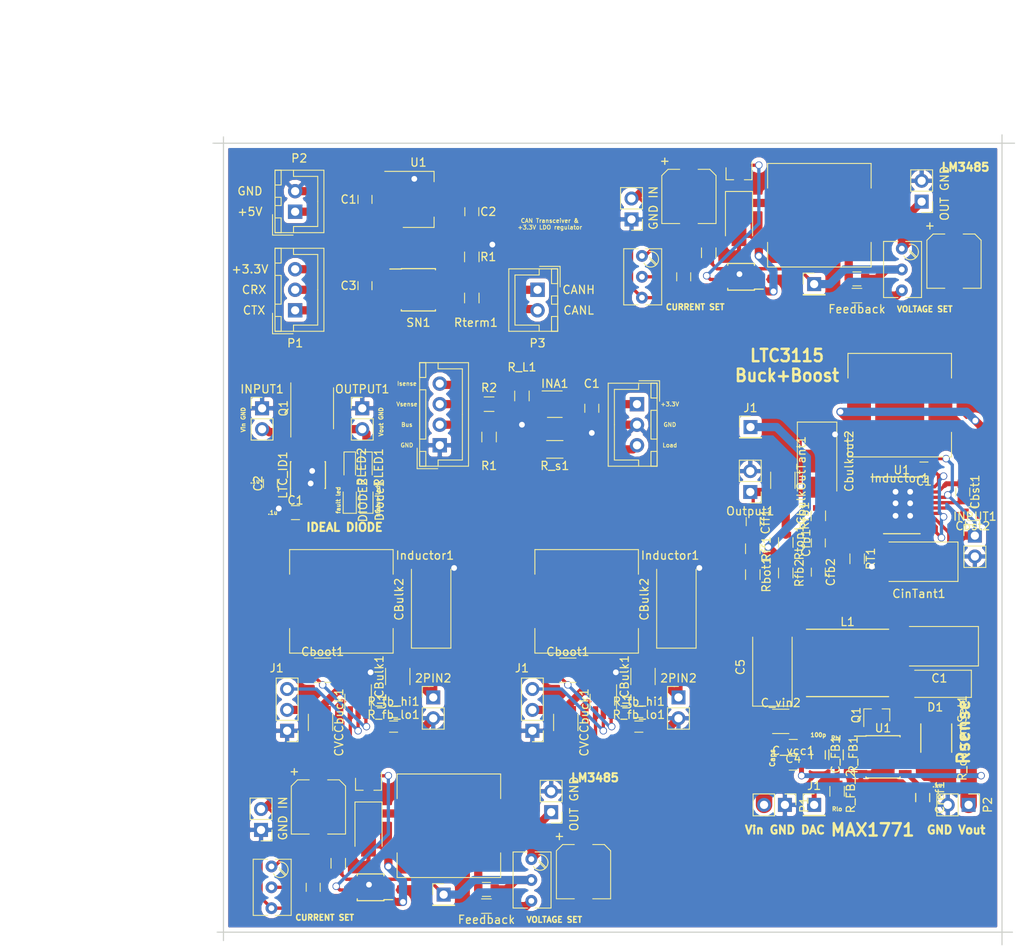
<source format=kicad_pcb>
(kicad_pcb (version 4) (host pcbnew 4.0.5)
  (title_block (title "INA139 & Voltage Divider for Voltage Measurement") (date 2017-06-14) (rev R1))
  (layers (0 F.Cu signal) (31 B.Cu signal) (34 B.Paste user) (35 F.Paste user) (36 B.SilkS user) (37 F.SilkS user) (38 B.Mask user) (39 F.Mask user) (44 Edge.Cuts user))
  (net 0 "")
  (net 1 +3.3V)
  (net 2 GND)
  (net 3 +5V)
  (net 4 TXCAN)
  (net 5 RXCAN)
  (net 6 CANH)
  (net 7 CANL)
  (net 8 "Net-(R1-Pad2)")
  (net 9 "Net-(C1-Pad1)")
  (net 10 "Net-(C2-Pad2)")
  (net 11 "Net-(C3-Pad2)")
  (net 12 "Net-(D1-Pad1)")
  (net 13 "Net-(Q1-Pad1)")
  (net 14 "Net-(U1-Pad3)")
  (net 15 "Net-(C2-Pad1)")
  (net 16 "Net-(RV2-Pad1)")
  (net 17 "Net-(RV1-Pad3)")
  (net 18 "Net-(C1-Pad2)")
  (net 19 "Net-(Diode1-Pad1)")
  (net 20 "Net-(Diode1-Pad2)")
  (net 21 "Net-(DIODE2-Pad1)")
  (net 22 "Net-(DIODE2-Pad2)")
  (net 23 "Net-(LTC_ID1-Pad8)")
  (net 24 "Net-(LTC_ID1-Pad11)")
  (net 25 +3V3)
  (net 26 I_out)
  (net 27 BusVoltage)
  (net 28 Load)
  (net 29 V_out)
  (net 30 "Net-(Cbst1-Pad1)")
  (net 31 "Net-(Cbst1-Pad2)")
  (net 32 "Net-(Cbst2-Pad1)")
  (net 33 "Net-(Cbst2-Pad2)")
  (net 34 "Net-(CbulkOutTant1-Pad2)")
  (net 35 "Net-(Cfb1-Pad1)")
  (net 36 "Net-(Cfb1-Pad2)")
  (net 37 "Net-(Cfb2-Pad2)")
  (net 38 "Net-(Cff1-Pad2)")
  (net 39 /VIN)
  (net 40 "Net-(Rfb1-Pad2)")
  (net 41 "Net-(RT1-Pad1)")
  (net 42 "Net-(Cref1-Pad1)")
  (net 43 "Net-(C_FB1-Pad2)")
  (net 44 "Net-(D1-Pad2)")
  (net 45 "Net-(Q1-Pad3)")
  (net 46 "Net-(C5-Pad1)")
  (net 47 "Net-(2PIN2-Pad1)")
  (net 48 "Net-(Cboot1-Pad1)")
  (net 49 "Net-(Cboot1-Pad2)")
  (net 50 "Net-(R_fb_hi1-Pad2)")
  (net 51 "Net-(CVCCbuck1-Pad1)")
  (net 52 "Net-(J1-Pad3)")
  (module Socket_Strips:Socket_Strip_Straight_1x03_Pitch2.54mm (layer F.Cu) (at 80.01 106.045 180)
    (fp_text reference J1 (at 1.27 7.62 180) (layer F.SilkS))
    (fp_text value "GND VIN EN")
    (pad 1 thru_hole rect (at 0 0 180) (size 1.7 1.7) (drill 1) (layers *.Cu *.Mask) (net 2 GND))
    (pad 2 thru_hole oval (at 0 2.54 180) (size 1.7 1.7) (drill 1) (layers *.Cu *.Mask) (net 51 "Net-(CVCCbuck1-Pad1)"))
    (pad 3 thru_hole oval (at 0 5.08 180) (size 1.7 1.7) (drill 1) (layers *.Cu *.Mask) (net 52 "Net-(J1-Pad3)"))
  )
  (module Inductors_SMD:L_12x12mm_h4.5mm (layer F.Cu) (at 86.614 90.297)
    (fp_text reference Inductor1 (at 10.16 -5.588) (layer F.SilkS))
    (fp_text value L)
    (pad 1 smd rect (at -4.95 0) (size 2.9 5.4) (layers F.Cu F.Paste F.Mask) (net 49 "Net-(Cboot1-Pad2)"))
    (pad 2 smd rect (at 4.95 0) (size 2.9 5.4) (layers F.Cu F.Paste F.Mask) (net 47 "Net-(2PIN2-Pad1)"))
  )
  (module Capacitors_Tantalum_SMD:CP_Tantalum_Case-D_EIA-7343-31_Hand (layer F.Cu) (at 97.536 90.043 90)
    (fp_text reference CBulk2 (at 0 -3.9 90) (layer F.SilkS))
    (fp_text value C)
    (pad 1 smd rect (at -3.775 0 90) (size 3.75 2.7) (layers F.Cu F.Paste F.Mask) (net 47 "Net-(2PIN2-Pad1)"))
    (pad 2 smd rect (at 3.775 0 90) (size 3.75 2.7) (layers F.Cu F.Paste F.Mask) (net 2 GND))
  )
  (module Capacitors_SMD:C_1210 (layer F.Cu) (at 93.472 99.441 90)
    (fp_text reference CBulk1 (at 0 -2.25 90) (layer F.SilkS))
    (fp_text value C)
    (pad 1 smd rect (at -1.5 0 90) (size 1 2.5) (layers F.Cu F.Paste F.Mask) (net 47 "Net-(2PIN2-Pad1)"))
    (pad 2 smd rect (at 1.5 0 90) (size 1 2.5) (layers F.Cu F.Paste F.Mask) (net 2 GND))
  )
  (module TO_SOT_Packages_SMD:SOT-23-6_Handsoldering (layer F.Cu) (at 88.646 102.489 270)
    (fp_text reference U1 (at 0 -2.9 270) (layer F.SilkS))
    (fp_text value TPS54302)
    (pad 1 smd rect (at -1.35 -0.95 270) (size 1.56 0.65) (layers F.Cu F.Paste F.Mask) (net 2 GND))
    (pad 2 smd rect (at -1.35 0 270) (size 1.56 0.65) (layers F.Cu F.Paste F.Mask) (net 49 "Net-(Cboot1-Pad2)"))
    (pad 3 smd rect (at -1.35 0.95 270) (size 1.56 0.65) (layers F.Cu F.Paste F.Mask) (net 51 "Net-(CVCCbuck1-Pad1)"))
    (pad 4 smd rect (at 1.35 0.95 270) (size 1.56 0.65) (layers F.Cu F.Paste F.Mask) (net 50 "Net-(R_fb_hi1-Pad2)"))
    (pad 6 smd rect (at 1.35 -0.95 270) (size 1.56 0.65) (layers F.Cu F.Paste F.Mask) (net 48 "Net-(Cboot1-Pad1)"))
    (pad 5 smd rect (at 1.35 0 270) (size 1.56 0.65) (layers F.Cu F.Paste F.Mask) (net 52 "Net-(J1-Pad3)"))
  )
  (module Resistors_SMD:R_0603_HandSoldering (layer F.Cu) (at 92.964 105.537)
    (fp_text reference R_fb_lo1 (at 0 -1.45) (layer F.SilkS))
    (fp_text value R)
    (pad 1 smd rect (at -1.1 0) (size 1.2 0.9) (layers F.Cu F.Paste F.Mask) (net 50 "Net-(R_fb_hi1-Pad2)"))
    (pad 2 smd rect (at 1.1 0) (size 1.2 0.9) (layers F.Cu F.Paste F.Mask) (net 2 GND))
  )
  (module Resistors_SMD:R_0603_HandSoldering (layer F.Cu) (at 92.964 103.759 180)
    (fp_text reference R_fb_hi1 (at 0 1.27 180) (layer F.SilkS))
    (fp_text value R)
    (pad 1 smd rect (at -1.1 0 180) (size 1.2 0.9) (layers F.Cu F.Paste F.Mask) (net 47 "Net-(2PIN2-Pad1)"))
    (pad 2 smd rect (at 1.1 0 180) (size 1.2 0.9) (layers F.Cu F.Paste F.Mask) (net 50 "Net-(R_fb_hi1-Pad2)"))
  )
  (module Capacitors_SMD:C_1210 (layer F.Cu) (at 84.074 105.029 270)
    (fp_text reference CVCCbuck1 (at 0 -2.25 270) (layer F.SilkS))
    (fp_text value 10u)
    (pad 1 smd rect (at -1.5 0 270) (size 1 2.5) (layers F.Cu F.Paste F.Mask) (net 51 "Net-(CVCCbuck1-Pad1)"))
    (pad 2 smd rect (at 1.5 0 270) (size 1 2.5) (layers F.Cu F.Paste F.Mask) (net 2 GND))
  )
  (module Capacitors_SMD:C_1210 (layer F.Cu) (at 84.328 98.679)
    (fp_text reference Cboot1 (at 0 -2.25) (layer F.SilkS))
    (fp_text value .1uF)
    (pad 1 smd rect (at -1.5 0) (size 1 2.5) (layers F.Cu F.Paste F.Mask) (net 48 "Net-(Cboot1-Pad1)"))
    (pad 2 smd rect (at 1.5 0) (size 1 2.5) (layers F.Cu F.Paste F.Mask) (net 49 "Net-(Cboot1-Pad2)"))
  )
  (module Socket_Strips:Socket_Strip_Straight_1x02_Pitch2.54mm (layer F.Cu) (at 97.79 101.981)
    (fp_text reference 2PIN2 (at 0 -2.33) (layer F.SilkS))
    (fp_text value INPUT)
    (pad 1 thru_hole rect (at 0 0) (size 1.7 1.7) (drill 1) (layers *.Cu *.Mask) (net 47 "Net-(2PIN2-Pad1)"))
    (pad 2 thru_hole oval (at 0 2.54) (size 1.7 1.7) (drill 1) (layers *.Cu *.Mask) (net 2 GND))
  )
  (module Diodes_SMD:D_SMA_Standard (layer F.Cu) (at 105.156 43.815 270)
    (fp_text reference D1 hide)
    (fp_text value D_Schottky_Small hide)
    (pad 1 smd rect (at -2 0 270) (size 2.5 1.8) (layers F.Cu F.Paste F.Mask) (net 12 "Net-(D1-Pad1)"))
    (pad 2 smd rect (at 2 0 270) (size 2.5 1.8) (layers F.Cu F.Paste F.Mask) (net 2 GND))
  )
  (module Socket_Strips:Socket_Strip_Straight_1x01_Pitch2.54mm (layer F.Cu) (at 114.3 51.689)
    (fp_text reference J1 hide)
    (fp_text value CONN_01X01 hide)
    (pad 1 thru_hole rect (at 0 0) (size 1.7 1.7) (drill 1) (layers *.Cu *.Mask) (net 10 "Net-(C2-Pad2)"))
  )
  (module Housings_SSOP:TSSOP-8_3x3mm_Pitch0.65mm (layer F.Cu) (at 105.41 50.8 180)
    (fp_text reference U1 hide)
    (fp_text value LM3485 hide)
    (pad 1 smd rect (at -2.15 -0.975 180) (size 1.1 0.4) (layers F.Cu F.Paste F.Mask) (net 12 "Net-(D1-Pad1)"))
    (pad 2 smd rect (at -2.15 -0.325 180) (size 1.1 0.4) (layers F.Cu F.Paste F.Mask) (net 2 GND))
    (pad 3 smd rect (at -2.15 0.325 180) (size 1.1 0.4) (layers F.Cu F.Paste F.Mask) (net 14 "Net-(U1-Pad3)"))
    (pad 4 smd rect (at -2.15 0.975 180) (size 1.1 0.4) (layers F.Cu F.Paste F.Mask) (net 10 "Net-(C2-Pad2)"))
    (pad 5 smd rect (at 2.15 0.975 180) (size 1.1 0.4) (layers F.Cu F.Paste F.Mask) (net 11 "Net-(C3-Pad2)"))
    (pad 6 smd rect (at 2.15 0.325 180) (size 1.1 0.4) (layers F.Cu F.Paste F.Mask) (net 2 GND))
    (pad 7 smd rect (at 2.15 -0.325 180) (size 1.1 0.4) (layers F.Cu F.Paste F.Mask) (net 13 "Net-(Q1-Pad1)"))
    (pad 8 smd rect (at 2.15 -0.975 180) (size 1.1 0.4) (layers F.Cu F.Paste F.Mask) (net 9 "Net-(C1-Pad1)"))
  )
  (module Resistors_SMD:R_0805 (layer F.Cu) (at 119.507 53.086 180)
    (fp_text reference Feedback (at 0 -1.65 180) (layer F.SilkS))
    (fp_text value 5k hide)
    (pad 1 smd rect (at -0.95 0 180) (size 0.7 1.3) (layers F.Cu F.Paste F.Mask) (net 17 "Net-(RV1-Pad3)"))
    (pad 2 smd rect (at 0.95 0 180) (size 0.7 1.3) (layers F.Cu F.Paste F.Mask) (net 2 GND))
  )
  (module Potentiometers:Potentiometer_Trimmer_Bourns_3266Y (layer F.Cu) (at 93.345 48.26 90)
    (fp_text reference RV2 hide)
    (fp_text value POT hide)
    (pad 1 thru_hole circle (at 0 0 90) (size 1.44 1.44) (drill 0.7) (layers *.Cu *.Mask) (net 16 "Net-(RV2-Pad1)"))
    (pad 2 thru_hole circle (at -2.54 0 90) (size 1.44 1.44) (drill 0.7) (layers *.Cu *.Mask) (net 11 "Net-(C3-Pad2)"))
    (pad 3 thru_hole circle (at -5.08 0 90) (size 1.44 1.44) (drill 0.7) (layers *.Cu *.Mask) (net 9 "Net-(C1-Pad1)"))
  )
  (module Potentiometers:Potentiometer_Trimmer_Bourns_3266Y (layer F.Cu) (at 124.968 47.371 90)
    (fp_text reference RV1 hide)
    (fp_text value POT hide)
    (pad 1 thru_hole circle (at 0 0 90) (size 1.44 1.44) (drill 0.7) (layers *.Cu *.Mask) (net 15 "Net-(C2-Pad1)"))
    (pad 2 thru_hole circle (at -2.54 0 90) (size 1.44 1.44) (drill 0.7) (layers *.Cu *.Mask) (net 10 "Net-(C2-Pad2)"))
    (pad 3 thru_hole circle (at -5.08 0 90) (size 1.44 1.44) (drill 0.7) (layers *.Cu *.Mask) (net 17 "Net-(RV1-Pad3)"))
  )
  (module Resistors_SMD:R_0805 (layer F.Cu) (at 101.473 47.879 270)
    (fp_text reference Radj1 hide)
    (fp_text value 470 hide)
    (pad 1 smd rect (at -0.95 0 270) (size 0.7 1.3) (layers F.Cu F.Paste F.Mask) (net 16 "Net-(RV2-Pad1)"))
    (pad 2 smd rect (at 0.95 0 270) (size 0.7 1.3) (layers F.Cu F.Paste F.Mask) (net 11 "Net-(C3-Pad2)"))
  )
  (module TO_SOT_Packages_SMD:SOT-23 (layer F.Cu) (at 105.156 38.227 270)
    (fp_text reference Q1 hide)
    (fp_text value BSS138 hide)
    (pad 1 smd rect (at -1 -0.95 270) (size 0.9 0.8) (layers F.Cu F.Paste F.Mask) (net 13 "Net-(Q1-Pad1)"))
    (pad 2 smd rect (at -1 0.95 270) (size 0.9 0.8) (layers F.Cu F.Paste F.Mask) (net 9 "Net-(C1-Pad1)"))
    (pad 3 smd rect (at 1 0 270) (size 0.9 0.8) (layers F.Cu F.Paste F.Mask) (net 12 "Net-(D1-Pad1)"))
  )
  (module Socket_Strips:Socket_Strip_Straight_1x02_Pitch2.54mm (layer F.Cu) (at 127.381 41.656 180)
    (fp_text reference P2 hide)
    (fp_text value CONN_01X02 hide)
    (fp_text user "OUT GND" (at -2.794 1.016 270) (layer F.SilkS))
    (pad 1 thru_hole rect (at 0 0 180) (size 1.7 1.7) (drill 1) (layers *.Cu *.Mask) (net 15 "Net-(C2-Pad1)"))
    (pad 2 thru_hole oval (at 0 2.54 180) (size 1.7 1.7) (drill 1) (layers *.Cu *.Mask) (net 2 GND))
  )
  (module Socket_Strips:Socket_Strip_Straight_1x02_Pitch2.54mm (layer F.Cu) (at 92.075 43.815 180)
    (fp_text reference "GND IN" (at -2.667 1.397 270) (layer F.SilkS))
    (fp_text value CONN_01X02 hide)
    (pad 1 thru_hole rect (at 0 0 180) (size 1.7 1.7) (drill 1) (layers *.Cu *.Mask) (net 2 GND))
    (pad 2 thru_hole oval (at 0 2.54 180) (size 1.7 1.7) (drill 1) (layers *.Cu *.Mask) (net 9 "Net-(C1-Pad1)"))
  )
  (module Inductors_SMD:L_12x12mm_h4.5mm (layer F.Cu) (at 114.935 43.307)
    (fp_text reference L1 hide)
    (fp_text value INDUCTOR_SMALL hide)
    (pad 1 smd rect (at -4.95 0) (size 2.9 5.4) (layers F.Cu F.Paste F.Mask) (net 12 "Net-(D1-Pad1)"))
    (pad 2 smd rect (at 4.95 0) (size 2.9 5.4) (layers F.Cu F.Paste F.Mask) (net 15 "Net-(C2-Pad1)"))
  )
  (module Capacitors_SMD:CP_Elec_6.3x5.7 (layer F.Cu) (at 131.318 48.895 270)
    (fp_text reference C4 hide)
    (fp_text value CP hide)
    (fp_text user + (at -4.28 3.01 270) (layer F.SilkS))
    (pad 1 smd rect (at -2.7 0 90) (size 3.5 1.6) (layers F.Cu F.Paste F.Mask) (net 15 "Net-(C2-Pad1)"))
    (pad 2 smd rect (at 2.7 0 90) (size 3.5 1.6) (layers F.Cu F.Paste F.Mask) (net 2 GND))
  )
  (module Capacitors_SMD:C_0805 (layer F.Cu) (at 98.425 50.8 90)
    (fp_text reference C3 hide)
    (fp_text value C hide)
    (pad 1 smd rect (at -1 0 90) (size 1 1.25) (layers F.Cu F.Paste F.Mask) (net 9 "Net-(C1-Pad1)"))
    (pad 2 smd rect (at 1 0 90) (size 1 1.25) (layers F.Cu F.Paste F.Mask) (net 11 "Net-(C3-Pad2)"))
  )
  (module Capacitors_SMD:C_0805 (layer F.Cu) (at 119.507 51.054)
    (fp_text reference C2 hide)
    (fp_text value C hide)
    (pad 1 smd rect (at -1 0) (size 1 1.25) (layers F.Cu F.Paste F.Mask) (net 15 "Net-(C2-Pad1)"))
    (pad 2 smd rect (at 1 0) (size 1 1.25) (layers F.Cu F.Paste F.Mask) (net 10 "Net-(C2-Pad2)"))
  )
  (module Capacitors_SMD:CP_Elec_6.3x5.7 (layer F.Cu) (at 99.06 41.021 270)
    (fp_text reference C1 hide)
    (fp_text value CP hide)
    (fp_text user + (at -4.28 3.01 270) (layer F.SilkS))
    (pad 1 smd rect (at -2.7 0 90) (size 3.5 1.6) (layers F.Cu F.Paste F.Mask) (net 9 "Net-(C1-Pad1)"))
    (pad 2 smd rect (at 2.7 0 90) (size 3.5 1.6) (layers F.Cu F.Paste F.Mask) (net 2 GND))
  )
  (module Capacitors_SMD:C_0805_HandSoldering (layer F.Cu) (at 59.64 41.38 90)
    (fp_text reference C1 (at 0 -2 180) (layer F.SilkS))
    (fp_text value 100n)
    (pad 1 smd rect (at -1.25 0 90) (size 1.5 1.25) (layers F.Cu F.Paste F.Mask) (net 3 +5V))
    (pad 2 smd rect (at 1.25 0 90) (size 1.5 1.25) (layers F.Cu F.Paste F.Mask) (net 2 GND))
  )
  (module Capacitors_SMD:C_0805_HandSoldering (layer F.Cu) (at 72.64 42.88 270)
    (fp_text reference C2 (at 0 -2 360) (layer F.SilkS))
    (fp_text value 10u)
    (pad 1 smd rect (at -1.25 0 270) (size 1.5 1.25) (layers F.Cu F.Paste F.Mask) (net 1 +3.3V))
    (pad 2 smd rect (at 1.25 0 270) (size 1.5 1.25) (layers F.Cu F.Paste F.Mask) (net 2 GND))
  )
  (module Capacitors_SMD:C_0805_HandSoldering (layer F.Cu) (at 59.64 51.88 90)
    (fp_text reference C3 (at 0 -2 180) (layer F.SilkS))
    (fp_text value 0.1u)
    (pad 1 smd rect (at -1.25 0 90) (size 1.5 1.25) (layers F.Cu F.Paste F.Mask) (net 1 +3.3V))
    (pad 2 smd rect (at 1.25 0 90) (size 1.5 1.25) (layers F.Cu F.Paste F.Mask) (net 2 GND))
  )
  (module Connectors_JST:JST_XH_B03B-XH-A_03x2.50mm_Straight (layer F.Cu) (at 51.14 54.88 90)
    (fp_text reference P1 (at -4 0 180) (layer F.SilkS))
    (fp_text value CONN_01X03)
    (pad 1 thru_hole rect (at 0 0 90) (size 1.75 1.75) (drill 1) (layers *.Cu *.Mask) (net 4 TXCAN))
    (pad 2 thru_hole circle (at 2.5 0 90) (size 1.75 1.75) (drill 1) (layers *.Cu *.Mask) (net 5 RXCAN))
    (pad 3 thru_hole circle (at 5 0 90) (size 1.75 1.75) (drill 1) (layers *.Cu *.Mask) (net 1 +3.3V))
  )
  (module Connectors_JST:JST_XH_B02B-XH-A_02x2.50mm_Straight (layer F.Cu) (at 51.14 42.88 90)
    (fp_text reference P2 (at 6.5 0.5 180) (layer F.SilkS))
    (fp_text value CONN_01X02)
    (pad 1 thru_hole rect (at 0 0 90) (size 1.75 1.75) (drill 1) (layers *.Cu *.Mask) (net 3 +5V))
    (pad 2 thru_hole circle (at 2.5 0 90) (size 1.75 1.75) (drill 1) (layers *.Cu *.Mask) (net 2 GND))
  )
  (module Connectors_JST:JST_XH_B02B-XH-A_02x2.50mm_Straight (layer F.Cu) (at 80.64 52.38 270)
    (fp_text reference P3 (at 6.5 0 360) (layer F.SilkS))
    (fp_text value CONN_01X02)
    (pad 1 thru_hole rect (at 0 0 270) (size 1.75 1.75) (drill 1) (layers *.Cu *.Mask) (net 6 CANH))
    (pad 2 thru_hole circle (at 2.5 0 270) (size 1.75 1.75) (drill 1) (layers *.Cu *.Mask) (net 7 CANL))
  )
  (module Resistors_SMD:R_0805_HandSoldering (layer F.Cu) (at 72.64 48.38 270)
    (fp_text reference R1 (at 0 -2 360) (layer F.SilkS))
    (fp_text value 470)
    (pad 1 smd rect (at -1.35 0 270) (size 1.5 1.3) (layers F.Cu F.Paste F.Mask) (net 2 GND))
    (pad 2 smd rect (at 1.35 0 270) (size 1.5 1.3) (layers F.Cu F.Paste F.Mask) (net 8 "Net-(R1-Pad2)"))
  )
  (module Resistors_SMD:R_0805_HandSoldering (layer F.Cu) (at 72.64 53.38 270)
    (fp_text reference Rterm1 (at 3 -0.5 360) (layer F.SilkS))
    (fp_text value 120)
    (pad 1 smd rect (at -1.35 0 270) (size 1.5 1.3) (layers F.Cu F.Paste F.Mask) (net 6 CANH))
    (pad 2 smd rect (at 1.35 0 270) (size 1.5 1.3) (layers F.Cu F.Paste F.Mask) (net 7 CANL))
  )
  (module Housings_SOIC:SOIC-8_3.9x4.9mm_Pitch1.27mm (layer F.Cu) (at 66.14 52.38)
    (fp_text reference SN1 (at 0 4) (layer F.SilkS))
    (fp_text value SN65HVD230)
    (pad 1 smd rect (at -2.7 -1.905) (size 1.55 0.6) (layers F.Cu F.Paste F.Mask) (net 4 TXCAN))
    (pad 2 smd rect (at -2.7 -0.635) (size 1.55 0.6) (layers F.Cu F.Paste F.Mask) (net 2 GND))
    (pad 3 smd rect (at -2.7 0.635) (size 1.55 0.6) (layers F.Cu F.Paste F.Mask) (net 1 +3.3V))
    (pad 4 smd rect (at -2.7 1.905) (size 1.55 0.6) (layers F.Cu F.Paste F.Mask) (net 5 RXCAN))
    (pad 5 smd rect (at 2.7 1.905) (size 1.55 0.6) (layers F.Cu F.Paste F.Mask))
    (pad 6 smd rect (at 2.7 0.635) (size 1.55 0.6) (layers F.Cu F.Paste F.Mask) (net 7 CANL))
    (pad 7 smd rect (at 2.7 -0.635) (size 1.55 0.6) (layers F.Cu F.Paste F.Mask) (net 6 CANH))
    (pad 8 smd rect (at 2.7 -1.905) (size 1.55 0.6) (layers F.Cu F.Paste F.Mask) (net 8 "Net-(R1-Pad2)"))
  )
  (module TO_SOT_Packages_SMD:SOT-223-3Lead_TabPin2 (layer F.Cu) (at 66.14 41.38)
    (fp_text reference U1 (at 0 -4.5) (layer F.SilkS))
    (fp_text value LD1117S33TR)
    (pad 2 smd rect (at 3.15 0) (size 2 3.8) (layers F.Cu F.Paste F.Mask) (net 1 +3.3V))
    (pad 2 smd rect (at -3.15 0) (size 2 1.5) (layers F.Cu F.Paste F.Mask) (net 1 +3.3V))
    (pad 3 smd rect (at -3.15 2.3) (size 2 1.5) (layers F.Cu F.Paste F.Mask) (net 3 +5V))
    (pad 1 smd rect (at -3.15 -2.3) (size 2 1.5) (layers F.Cu F.Paste F.Mask) (net 2 GND))
  )
  (module Capacitors_SMD:CP_Elec_6.3x5.7 (layer F.Cu) (at 53.975 115.316 270)
    (fp_text reference C1 hide)
    (fp_text value CP hide)
    (fp_text user + (at -4.28 3.01 270) (layer F.SilkS))
    (pad 1 smd rect (at -2.7 0 90) (size 3.5 1.6) (layers F.Cu F.Paste F.Mask) (net 9 "Net-(C1-Pad1)"))
    (pad 2 smd rect (at 2.7 0 90) (size 3.5 1.6) (layers F.Cu F.Paste F.Mask) (net 2 GND))
  )
  (module Capacitors_SMD:C_0805 (layer F.Cu) (at 74.422 125.349)
    (fp_text reference C2 hide)
    (fp_text value C hide)
    (pad 1 smd rect (at -1 0) (size 1 1.25) (layers F.Cu F.Paste F.Mask) (net 15 "Net-(C2-Pad1)"))
    (pad 2 smd rect (at 1 0) (size 1 1.25) (layers F.Cu F.Paste F.Mask) (net 10 "Net-(C2-Pad2)"))
  )
  (module Capacitors_SMD:C_0805 (layer F.Cu) (at 53.34 125.095 90)
    (fp_text reference C3 hide)
    (fp_text value C hide)
    (pad 1 smd rect (at -1 0 90) (size 1 1.25) (layers F.Cu F.Paste F.Mask) (net 9 "Net-(C1-Pad1)"))
    (pad 2 smd rect (at 1 0 90) (size 1 1.25) (layers F.Cu F.Paste F.Mask) (net 11 "Net-(C3-Pad2)"))
  )
  (module Capacitors_SMD:CP_Elec_6.3x5.7 (layer F.Cu) (at 86.233 123.19 270)
    (fp_text reference C4 hide)
    (fp_text value CP hide)
    (fp_text user + (at -4.28 3.01 270) (layer F.SilkS))
    (pad 1 smd rect (at -2.7 0 90) (size 3.5 1.6) (layers F.Cu F.Paste F.Mask) (net 15 "Net-(C2-Pad1)"))
    (pad 2 smd rect (at 2.7 0 90) (size 3.5 1.6) (layers F.Cu F.Paste F.Mask) (net 2 GND))
  )
  (module Inductors_SMD:L_12x12mm_h4.5mm (layer F.Cu) (at 69.85 117.602)
    (fp_text reference L1 hide)
    (fp_text value INDUCTOR_SMALL hide)
    (pad 1 smd rect (at -4.95 0) (size 2.9 5.4) (layers F.Cu F.Paste F.Mask) (net 12 "Net-(D1-Pad1)"))
    (pad 2 smd rect (at 4.95 0) (size 2.9 5.4) (layers F.Cu F.Paste F.Mask) (net 15 "Net-(C2-Pad1)"))
  )
  (module Socket_Strips:Socket_Strip_Straight_1x02_Pitch2.54mm (layer F.Cu) (at 46.99 118.11 180)
    (fp_text reference "GND IN" (at -2.667 1.397 270) (layer F.SilkS))
    (fp_text value CONN_01X02 hide)
    (pad 1 thru_hole rect (at 0 0 180) (size 1.7 1.7) (drill 1) (layers *.Cu *.Mask) (net 2 GND))
    (pad 2 thru_hole oval (at 0 2.54 180) (size 1.7 1.7) (drill 1) (layers *.Cu *.Mask) (net 9 "Net-(C1-Pad1)"))
  )
  (module Socket_Strips:Socket_Strip_Straight_1x02_Pitch2.54mm (layer F.Cu) (at 82.296 115.951 180)
    (fp_text reference P2 hide)
    (fp_text value CONN_01X02 hide)
    (fp_text user "OUT GND" (at -2.794 1.016 270) (layer F.SilkS))
    (pad 1 thru_hole rect (at 0 0 180) (size 1.7 1.7) (drill 1) (layers *.Cu *.Mask) (net 15 "Net-(C2-Pad1)"))
    (pad 2 thru_hole oval (at 0 2.54 180) (size 1.7 1.7) (drill 1) (layers *.Cu *.Mask) (net 2 GND))
  )
  (module TO_SOT_Packages_SMD:SOT-23 (layer F.Cu) (at 60.071 112.522 270)
    (fp_text reference Q1 hide)
    (fp_text value BSS138 hide)
    (pad 1 smd rect (at -1 -0.95 270) (size 0.9 0.8) (layers F.Cu F.Paste F.Mask) (net 13 "Net-(Q1-Pad1)"))
    (pad 2 smd rect (at -1 0.95 270) (size 0.9 0.8) (layers F.Cu F.Paste F.Mask) (net 9 "Net-(C1-Pad1)"))
    (pad 3 smd rect (at 1 0 270) (size 0.9 0.8) (layers F.Cu F.Paste F.Mask) (net 12 "Net-(D1-Pad1)"))
  )
  (module Resistors_SMD:R_0805 (layer F.Cu) (at 56.388 122.174 270)
    (fp_text reference Radj1 hide)
    (fp_text value 470 hide)
    (pad 1 smd rect (at -0.95 0 270) (size 0.7 1.3) (layers F.Cu F.Paste F.Mask) (net 16 "Net-(RV2-Pad1)"))
    (pad 2 smd rect (at 0.95 0 270) (size 0.7 1.3) (layers F.Cu F.Paste F.Mask) (net 11 "Net-(C3-Pad2)"))
  )
  (module Potentiometers:Potentiometer_Trimmer_Bourns_3266Y (layer F.Cu) (at 79.883 121.666 90)
    (fp_text reference RV1 hide)
    (fp_text value POT hide)
    (pad 1 thru_hole circle (at 0 0 90) (size 1.44 1.44) (drill 0.7) (layers *.Cu *.Mask) (net 15 "Net-(C2-Pad1)"))
    (pad 2 thru_hole circle (at -2.54 0 90) (size 1.44 1.44) (drill 0.7) (layers *.Cu *.Mask) (net 10 "Net-(C2-Pad2)"))
    (pad 3 thru_hole circle (at -5.08 0 90) (size 1.44 1.44) (drill 0.7) (layers *.Cu *.Mask) (net 17 "Net-(RV1-Pad3)"))
  )
  (module Potentiometers:Potentiometer_Trimmer_Bourns_3266Y (layer F.Cu) (at 48.26 122.555 90)
    (fp_text reference RV2 hide)
    (fp_text value POT hide)
    (pad 1 thru_hole circle (at 0 0 90) (size 1.44 1.44) (drill 0.7) (layers *.Cu *.Mask) (net 16 "Net-(RV2-Pad1)"))
    (pad 2 thru_hole circle (at -2.54 0 90) (size 1.44 1.44) (drill 0.7) (layers *.Cu *.Mask) (net 11 "Net-(C3-Pad2)"))
    (pad 3 thru_hole circle (at -5.08 0 90) (size 1.44 1.44) (drill 0.7) (layers *.Cu *.Mask) (net 9 "Net-(C1-Pad1)"))
  )
  (module Resistors_SMD:R_0805 (layer F.Cu) (at 74.422 127.381 180)
    (fp_text reference Feedback (at 0 -1.65 180) (layer F.SilkS))
    (fp_text value 5k hide)
    (pad 1 smd rect (at -0.95 0 180) (size 0.7 1.3) (layers F.Cu F.Paste F.Mask) (net 17 "Net-(RV1-Pad3)"))
    (pad 2 smd rect (at 0.95 0 180) (size 0.7 1.3) (layers F.Cu F.Paste F.Mask) (net 2 GND))
  )
  (module Housings_SSOP:TSSOP-8_3x3mm_Pitch0.65mm (layer F.Cu) (at 60.325 125.095 180)
    (fp_text reference U1 hide)
    (fp_text value LM3485 hide)
    (pad 1 smd rect (at -2.15 -0.975 180) (size 1.1 0.4) (layers F.Cu F.Paste F.Mask) (net 12 "Net-(D1-Pad1)"))
    (pad 2 smd rect (at -2.15 -0.325 180) (size 1.1 0.4) (layers F.Cu F.Paste F.Mask) (net 2 GND))
    (pad 3 smd rect (at -2.15 0.325 180) (size 1.1 0.4) (layers F.Cu F.Paste F.Mask) (net 14 "Net-(U1-Pad3)"))
    (pad 4 smd rect (at -2.15 0.975 180) (size 1.1 0.4) (layers F.Cu F.Paste F.Mask) (net 10 "Net-(C2-Pad2)"))
    (pad 5 smd rect (at 2.15 0.975 180) (size 1.1 0.4) (layers F.Cu F.Paste F.Mask) (net 11 "Net-(C3-Pad2)"))
    (pad 6 smd rect (at 2.15 0.325 180) (size 1.1 0.4) (layers F.Cu F.Paste F.Mask) (net 2 GND))
    (pad 7 smd rect (at 2.15 -0.325 180) (size 1.1 0.4) (layers F.Cu F.Paste F.Mask) (net 13 "Net-(Q1-Pad1)"))
    (pad 8 smd rect (at 2.15 -0.975 180) (size 1.1 0.4) (layers F.Cu F.Paste F.Mask) (net 9 "Net-(C1-Pad1)"))
  )
  (module Socket_Strips:Socket_Strip_Straight_1x01_Pitch2.54mm (layer F.Cu) (at 69.215 125.984)
    (fp_text reference J1 hide)
    (fp_text value CONN_01X01 hide)
    (pad 1 thru_hole rect (at 0 0) (size 1.7 1.7) (drill 1) (layers *.Cu *.Mask) (net 10 "Net-(C2-Pad2)"))
  )
  (module Diodes_SMD:D_SMA_Standard (layer F.Cu) (at 60.071 118.11 270)
    (fp_text reference D1 hide)
    (fp_text value D_Schottky_Small hide)
    (pad 1 smd rect (at -2 0 270) (size 2.5 1.8) (layers F.Cu F.Paste F.Mask) (net 12 "Net-(D1-Pad1)"))
    (pad 2 smd rect (at 2 0 270) (size 2.5 1.8) (layers F.Cu F.Paste F.Mask) (net 2 GND))
  )
  (module Capacitors_SMD:C_0805 (layer F.Cu) (at 51.181 79.502)
    (fp_text reference C1 (at 0 -1.5) (layer F.SilkS))
    (fp_text value .1u)
    (pad 1 smd rect (at -1 0) (size 1 1.25) (layers F.Cu F.Paste F.Mask) (net 2 GND))
    (pad 2 smd rect (at 1 0) (size 1 1.25) (layers F.Cu F.Paste F.Mask) (net 18 "Net-(C1-Pad2)"))
  )
  (module Capacitors_SMD:C_0805 (layer F.Cu) (at 48.133 75.946 90)
    (fp_text reference C2 (at 0 -1.5 90) (layer F.SilkS))
    (fp_text value .1u)
    (pad 1 smd rect (at -1 0 90) (size 1 1.25) (layers F.Cu F.Paste F.Mask) (net 15 "Net-(C2-Pad1)"))
    (pad 2 smd rect (at 1 0 90) (size 1 1.25) (layers F.Cu F.Paste F.Mask) (net 10 "Net-(C2-Pad2)"))
  )
  (module Diodes_SMD:D_0805 (layer F.Cu) (at 59.817 77.978 90)
    (fp_text reference Diode1 (at 0 1.6 90) (layer F.SilkS))
    (fp_text value LED)
    (pad 1 smd rect (at -1.05 0 90) (size 0.8 0.9) (layers F.Cu F.Paste F.Mask) (net 19 "Net-(Diode1-Pad1)"))
    (pad 2 smd rect (at 1.05 0 90) (size 0.8 0.9) (layers F.Cu F.Paste F.Mask) (net 20 "Net-(Diode1-Pad2)"))
  )
  (module Diodes_SMD:D_0805 (layer F.Cu) (at 57.785 77.978 90)
    (fp_text reference DIODE2 (at 0 1.6 90) (layer F.SilkS))
    (fp_text value LED)
    (pad 1 smd rect (at -1.05 0 90) (size 0.8 0.9) (layers F.Cu F.Paste F.Mask) (net 21 "Net-(DIODE2-Pad1)"))
    (pad 2 smd rect (at 1.05 0 90) (size 0.8 0.9) (layers F.Cu F.Paste F.Mask) (net 22 "Net-(DIODE2-Pad2)"))
  )
  (module Socket_Strips:Socket_Strip_Straight_1x02_Pitch2.54mm (layer F.Cu) (at 47.117 66.802)
    (fp_text reference INPUT1 (at 0 -2.33) (layer F.SilkS))
    (fp_text value CONN_01X02)
    (pad 1 thru_hole rect (at 0 0) (size 1.7 1.7) (drill 1) (layers *.Cu *.Mask) (net 2 GND))
    (pad 2 thru_hole oval (at 0 2.54) (size 1.7 1.7) (drill 1) (layers *.Cu *.Mask) (net 15 "Net-(C2-Pad1)"))
  )
  (module Housings_SSOP:MSOP-12_3x4mm_Pitch0.65mm (layer F.Cu) (at 52.705 74.93 90)
    (fp_text reference LTC_ID1 (at 0 -3.05 90) (layer F.SilkS))
    (fp_text value LTC4352)
    (pad 1 smd rect (at -2.105 -1.625 90) (size 0.89 0.42) (layers F.Cu F.Paste F.Mask) (net 15 "Net-(C2-Pad1)"))
    (pad 2 smd rect (at -2.105 -0.975 90) (size 0.89 0.42) (layers F.Cu F.Paste F.Mask) (net 18 "Net-(C1-Pad2)"))
    (pad 3 smd rect (at -2.105 -0.325 90) (size 0.89 0.42) (layers F.Cu F.Paste F.Mask) (net 18 "Net-(C1-Pad2)"))
    (pad 4 smd rect (at -2.105 0.325 90) (size 0.89 0.42) (layers F.Cu F.Paste F.Mask) (net 2 GND))
    (pad 5 smd rect (at -2.105 0.975 90) (size 0.89 0.42) (layers F.Cu F.Paste F.Mask) (net 19 "Net-(Diode1-Pad1)"))
    (pad 6 smd rect (at -2.105 1.625 90) (size 0.89 0.42) (layers F.Cu F.Paste F.Mask) (net 21 "Net-(DIODE2-Pad1)"))
    (pad 7 smd rect (at 2.105 1.625 90) (size 0.89 0.42) (layers F.Cu F.Paste F.Mask) (net 2 GND))
    (pad 8 smd rect (at 2.105 0.975 90) (size 0.89 0.42) (layers F.Cu F.Paste F.Mask) (net 23 "Net-(LTC_ID1-Pad8)"))
    (pad 9 smd rect (at 2.105 0.325 90) (size 0.89 0.42) (layers F.Cu F.Paste F.Mask) (net 2 GND))
    (pad 10 smd rect (at 2.105 -0.325 90) (size 0.89 0.42) (layers F.Cu F.Paste F.Mask) (net 10 "Net-(C2-Pad2)"))
    (pad 11 smd rect (at 2.105 -0.975 90) (size 0.89 0.42) (layers F.Cu F.Paste F.Mask) (net 24 "Net-(LTC_ID1-Pad11)"))
    (pad 12 smd rect (at 2.105 -1.625 90) (size 0.89 0.42) (layers F.Cu F.Paste F.Mask) (net 15 "Net-(C2-Pad1)"))
  )
  (module Socket_Strips:Socket_Strip_Straight_1x02_Pitch2.54mm (layer F.Cu) (at 59.309 66.802)
    (fp_text reference OUTPUT1 (at 0 -2.33) (layer F.SilkS))
    (fp_text value CONN_01X02)
    (pad 1 thru_hole rect (at 0 0) (size 1.7 1.7) (drill 1) (layers *.Cu *.Mask) (net 2 GND))
    (pad 2 thru_hole oval (at 0 2.54) (size 1.7 1.7) (drill 1) (layers *.Cu *.Mask) (net 23 "Net-(LTC_ID1-Pad8)"))
  )
  (module LEDs:LED_0805 (layer F.Cu) (at 59.817 73.914 270)
    (fp_text reference RLED1 (at 0.0889 -1.4986 270) (layer F.SilkS))
    (fp_text value 4.7k)
    (pad 2 smd rect (at 1.1 0 90) (size 1.2 1.2) (layers F.Cu F.Paste F.Mask) (net 20 "Net-(Diode1-Pad2)"))
    (pad 1 smd rect (at -1.1 0 90) (size 1.2 1.2) (layers F.Cu F.Paste F.Mask) (net 23 "Net-(LTC_ID1-Pad8)"))
  )
  (module LEDs:LED_0805 (layer F.Cu) (at 57.785 73.914 270)
    (fp_text reference RLED2 (at 0 -1.45 270) (layer F.SilkS))
    (fp_text value 4.7k)
    (pad 2 smd rect (at 1.1 0 90) (size 1.2 1.2) (layers F.Cu F.Paste F.Mask) (net 22 "Net-(DIODE2-Pad2)"))
    (pad 1 smd rect (at -1.1 0 90) (size 1.2 1.2) (layers F.Cu F.Paste F.Mask) (net 23 "Net-(LTC_ID1-Pad8)"))
  )
  (module Housings_DFN_QFN:DFN-8-1EP_6x5mm_Pitch1.27mm_LargeFlag (layer F.Cu) (at 53.213 66.802 90)
    (fp_text reference Q1 (at 0 -3.5 90) (layer F.SilkS))
    (fp_text value FDMS8050)
    (pad 8 smd rect (at -1 -1) (size 2 2) (layers F.Cu F.Paste F.Mask) (net 23 "Net-(LTC_ID1-Pad8)") (clearance 0.1))
    (pad 1 smd rect (at -2.9 -1.905) (size 0.5 1.1) (layers F.Cu F.Paste F.Mask) (net 15 "Net-(C2-Pad1)") (clearance 0.1))
    (pad 2 smd rect (at -2.9 -0.635) (size 0.5 1.1) (layers F.Cu F.Paste F.Mask) (net 15 "Net-(C2-Pad1)") (clearance 0.1))
    (pad 3 smd rect (at -2.9 0.635) (size 0.5 1.1) (layers F.Cu F.Paste F.Mask) (net 15 "Net-(C2-Pad1)") (clearance 0.1))
    (pad 4 smd rect (at -2.9 1.905) (size 0.5 1.1) (layers F.Cu F.Paste F.Mask) (net 24 "Net-(LTC_ID1-Pad11)") (clearance 0.1))
    (pad 5 smd rect (at 2.9 1.905) (size 0.5 1.1) (layers F.Cu F.Paste F.Mask) (net 23 "Net-(LTC_ID1-Pad8)") (clearance 0.1))
    (pad 6 smd rect (at 2.9 0.635) (size 0.5 1.1) (layers F.Cu F.Paste F.Mask) (net 23 "Net-(LTC_ID1-Pad8)") (clearance 0.1))
    (pad 7 smd rect (at 2.9 -0.635) (size 0.5 1.1) (layers F.Cu F.Paste F.Mask) (net 23 "Net-(LTC_ID1-Pad8)") (clearance 0.1))
    (pad 8 smd rect (at 2.9 -1.905) (size 0.5 1.1) (layers F.Cu F.Paste F.Mask) (net 23 "Net-(LTC_ID1-Pad8)") (clearance 0.1))
    (pad 8 smd rect (at 1 -1) (size 2 2) (layers F.Cu F.Paste F.Mask) (net 23 "Net-(LTC_ID1-Pad8)") (clearance 0.1))
    (pad 8 smd rect (at -1 1) (size 2 2) (layers F.Cu F.Paste F.Mask) (net 23 "Net-(LTC_ID1-Pad8)") (clearance 0.1))
    (pad 8 smd rect (at 1 1) (size 2 2) (layers F.Cu F.Paste F.Mask) (net 23 "Net-(LTC_ID1-Pad8)") (clearance 0.1))
  )
  (module TO_SOT_Packages_SMD:SOT-23-5 (layer F.Cu) (at 82.74 66.3)
    (fp_text reference INA1 (at 0 -2.5) (layer F.SilkS))
    (fp_text value INA139 hide)
    (pad 1 smd rect (at -1.1 -0.95) (size 1.06 0.65) (layers F.Cu F.Paste F.Mask) (net 26 I_out))
    (pad 2 smd rect (at -1.1 0) (size 1.06 0.65) (layers F.Cu F.Paste F.Mask) (net 2 GND))
    (pad 3 smd rect (at -1.1 0.95) (size 1.06 0.65) (layers F.Cu F.Paste F.Mask) (net 27 BusVoltage))
    (pad 4 smd rect (at 1.1 0.95) (size 1.06 0.65) (layers F.Cu F.Paste F.Mask) (net 28 Load))
    (pad 5 smd rect (at 1.1 -0.95) (size 1.06 0.65) (layers F.Cu F.Paste F.Mask) (net 25 +3V3))
  )
  (module Resistors_SMD:R_0805_HandSoldering (layer F.Cu) (at 74.74 70.3 270)
    (fp_text reference R1 (at 3.5 0 360) (layer F.SilkS))
    (fp_text value 10k hide)
    (pad 1 smd rect (at -1.35 0 270) (size 1.5 1.3) (layers F.Cu F.Paste F.Mask) (net 29 V_out))
    (pad 2 smd rect (at 1.35 0 270) (size 1.5 1.3) (layers F.Cu F.Paste F.Mask) (net 27 BusVoltage))
  )
  (module Resistors_SMD:R_0805_HandSoldering (layer F.Cu) (at 74.74 66.3 180)
    (fp_text reference R2 (at 0 2 180) (layer F.SilkS))
    (fp_text value 20k hide)
    (pad 1 smd rect (at -1.35 0 180) (size 1.5 1.3) (layers F.Cu F.Paste F.Mask) (net 2 GND))
    (pad 2 smd rect (at 1.35 0 180) (size 1.5 1.3) (layers F.Cu F.Paste F.Mask) (net 29 V_out))
  )
  (module Resistors_SMD:R_0805_HandSoldering (layer F.Cu) (at 78.74 65.3 270)
    (fp_text reference R_L1 (at -3.5 0 360) (layer F.SilkS))
    (fp_text value 100k hide)
    (pad 1 smd rect (at -1.35 0 270) (size 1.5 1.3) (layers F.Cu F.Paste F.Mask) (net 26 I_out))
    (pad 2 smd rect (at 1.35 0 270) (size 1.5 1.3) (layers F.Cu F.Paste F.Mask) (net 2 GND))
  )
  (module Capacitors_SMD:C_0805_HandSoldering (layer F.Cu) (at 87.24 66.8 270)
    (fp_text reference C1 (at -3 0 360) (layer F.SilkS))
    (fp_text value 0.1u)
    (pad 1 smd rect (at -1.25 0 270) (size 1.5 1.25) (layers F.Cu F.Paste F.Mask) (net 25 +3V3))
    (pad 2 smd rect (at 1.25 0 270) (size 1.5 1.25) (layers F.Cu F.Paste F.Mask) (net 2 GND))
  )
  (module Resistors_SMD:R_1206_HandSoldering (layer F.Cu) (at 82.74 71.8 180)
    (fp_text reference R_s1 (at 0 -2 180) (layer F.SilkS))
    (fp_text value 20m)
    (pad 1 smd rect (at -2 0 180) (size 2 1.7) (layers F.Cu F.Paste F.Mask) (net 28 Load))
    (pad 2 smd rect (at 2 0 180) (size 2 1.7) (layers F.Cu F.Paste F.Mask) (net 27 BusVoltage))
  )
  (module Connectors_JST:JST_XH_B04B-XH-A_04x2.50mm_Straight (layer F.Cu) (at 68.74 71.3 90)
    (fp_text reference P1 hide)
    (fp_text value CONN_01X04)
    (pad 1 thru_hole rect (at 0 0 90) (size 1.75 1.75) (drill 1) (layers *.Cu *.Mask) (net 2 GND))
    (pad 2 thru_hole circle (at 2.5 0 90) (size 1.75 1.75) (drill 1) (layers *.Cu *.Mask) (net 27 BusVoltage))
    (pad 3 thru_hole circle (at 5 0 90) (size 1.75 1.75) (drill 1) (layers *.Cu *.Mask) (net 29 V_out))
    (pad 4 thru_hole circle (at 7.5 0 90) (size 1.75 1.75) (drill 1) (layers *.Cu *.Mask) (net 26 I_out))
  )
  (module Connectors_JST:JST_XH_B03B-XH-A_03x2.50mm_Straight (layer F.Cu) (at 92.74 66.3 270)
    (fp_text reference P2 hide)
    (fp_text value CONN_01X03)
    (pad 1 thru_hole rect (at 0 0 270) (size 1.75 1.75) (drill 1) (layers *.Cu *.Mask) (net 25 +3V3))
    (pad 2 thru_hole circle (at 2.5 0 270) (size 1.75 1.75) (drill 1) (layers *.Cu *.Mask) (net 2 GND))
    (pad 3 thru_hole circle (at 5 0 270) (size 1.75 1.75) (drill 1) (layers *.Cu *.Mask) (net 28 Load))
  )
  (module Housings_SSOP:TSSOP-20_4.4x6.5mm_Pitch0.65mm (layer F.Cu) (at 124.968 78.613)
    (fp_text reference U1 (at 0 -4.3) (layer F.SilkS))
    (fp_text value LTC3115)
    (pad 1 smd rect (at -2.95 -2.925) (size 1.45 0.45) (layers F.Cu F.Paste F.Mask) (net 2 GND))
    (pad 2 smd rect (at -2.95 -2.275) (size 1.45 0.45) (layers F.Cu F.Paste F.Mask) (net 39 /VIN))
    (pad 3 smd rect (at -2.95 -1.625) (size 1.45 0.45) (layers F.Cu F.Paste F.Mask) (net 32 "Net-(Cbst2-Pad1)"))
    (pad 4 smd rect (at -2.95 -0.975) (size 1.45 0.45) (layers F.Cu F.Paste F.Mask) (net 34 "Net-(CbulkOutTant1-Pad2)"))
    (pad 5 smd rect (at -2.95 -0.325) (size 1.45 0.45) (layers F.Cu F.Paste F.Mask) (net 2 GND))
    (pad 6 smd rect (at -2.95 0.325) (size 1.45 0.45) (layers F.Cu F.Paste F.Mask) (net 2 GND))
    (pad 7 smd rect (at -2.95 0.975) (size 1.45 0.45) (layers F.Cu F.Paste F.Mask) (net 40 "Net-(Rfb1-Pad2)"))
    (pad 8 smd rect (at -2.95 1.625) (size 1.45 0.45) (layers F.Cu F.Paste F.Mask) (net 37 "Net-(Cfb2-Pad2)"))
    (pad 9 smd rect (at -2.95 2.275) (size 1.45 0.45) (layers F.Cu F.Paste F.Mask) (net 41 "Net-(RT1-Pad1)"))
    (pad 10 smd rect (at -2.95 2.925) (size 1.45 0.45) (layers F.Cu F.Paste F.Mask) (net 2 GND))
    (pad 11 smd rect (at 2.95 2.925) (size 1.45 0.45) (layers F.Cu F.Paste F.Mask) (net 2 GND))
    (pad 12 smd rect (at 2.95 2.275) (size 1.45 0.45) (layers F.Cu F.Paste F.Mask) (net 9 "Net-(C1-Pad1)"))
    (pad 13 smd rect (at 2.95 1.625) (size 1.45 0.45) (layers F.Cu F.Paste F.Mask) (net 39 /VIN))
    (pad 14 smd rect (at 2.95 0.975) (size 1.45 0.45) (layers F.Cu F.Paste F.Mask) (net 9 "Net-(C1-Pad1)"))
    (pad 15 smd rect (at 2.95 0.325) (size 1.45 0.45) (layers F.Cu F.Paste F.Mask) (net 33 "Net-(Cbst2-Pad2)"))
    (pad 16 smd rect (at 2.95 -0.325) (size 1.45 0.45) (layers F.Cu F.Paste F.Mask) (net 31 "Net-(Cbst1-Pad2)"))
    (pad 17 smd rect (at 2.95 -0.975) (size 1.45 0.45) (layers F.Cu F.Paste F.Mask) (net 39 /VIN))
    (pad 18 smd rect (at 2.95 -1.625) (size 1.45 0.45) (layers F.Cu F.Paste F.Mask) (net 30 "Net-(Cbst1-Pad1)"))
    (pad 19 smd rect (at 2.95 -2.275) (size 1.45 0.45) (layers F.Cu F.Paste F.Mask) (net 9 "Net-(C1-Pad1)"))
    (pad 20 smd rect (at 2.95 -2.925) (size 1.45 0.45) (layers F.Cu F.Paste F.Mask) (net 2 GND))
  )
  (module Capacitors_SMD:C_0805 (layer F.Cu) (at 127.6604 74.1934 180)
    (fp_text reference C1 (at 0 -1.5 180) (layer F.SilkS))
    (fp_text value 4.7u)
    (pad 1 smd rect (at -1 0 180) (size 1 1.25) (layers F.Cu F.Paste F.Mask) (net 9 "Net-(C1-Pad1)"))
    (pad 2 smd rect (at 1 0 180) (size 1 1.25) (layers F.Cu F.Paste F.Mask) (net 2 GND))
  )
  (module Capacitors_SMD:C_0805 (layer F.Cu) (at 132.3848 76.9874 270)
    (fp_text reference Cbst1 (at 0 -1.5 270) (layer F.SilkS))
    (fp_text value .1u)
    (pad 1 smd rect (at -1 0 270) (size 1 1.25) (layers F.Cu F.Paste F.Mask) (net 30 "Net-(Cbst1-Pad1)"))
    (pad 2 smd rect (at 1 0 270) (size 1 1.25) (layers F.Cu F.Paste F.Mask) (net 31 "Net-(Cbst1-Pad2)"))
  )
  (module Capacitors_Tantalum_SMD:CP_Tantalum_Case-D_EIA-7343-31_Reflow (layer F.Cu) (at 114.6556 73.2282 270)
    (fp_text reference Cbulkout2 (at 0 -3.9 270) (layer F.SilkS))
    (fp_text value 68u)
    (pad 1 smd rect (at -3.175 0 270) (size 2.55 2.7) (layers F.Cu F.Paste F.Mask) (net 2 GND))
    (pad 2 smd rect (at 3.175 0 270) (size 2.55 2.7) (layers F.Cu F.Paste F.Mask) (net 34 "Net-(CbulkOutTant1-Pad2)"))
  )
  (module Capacitors_SMD:C_1210 (layer F.Cu) (at 110.49 75.565 270)
    (fp_text reference CbulkOutTant1 (at 0 -2.25 270) (layer F.SilkS))
    (fp_text value 68u)
    (pad 1 smd rect (at -1.5 0 270) (size 1 2.5) (layers F.Cu F.Paste F.Mask) (net 2 GND))
    (pad 2 smd rect (at 1.5 0 270) (size 1 2.5) (layers F.Cu F.Paste F.Mask) (net 34 "Net-(CbulkOutTant1-Pad2)"))
  )
  (module Capacitors_Tantalum_SMD:CP_Tantalum_Case-D_EIA-7343-31_Reflow (layer F.Cu) (at 127.0508 85.471 180)
    (fp_text reference CinTant1 (at 0 -3.9 180) (layer F.SilkS))
    (fp_text value 68uF)
    (pad 1 smd rect (at -3.175 0 180) (size 2.55 2.7) (layers F.Cu F.Paste F.Mask) (net 39 /VIN))
    (pad 2 smd rect (at 3.175 0 180) (size 2.55 2.7) (layers F.Cu F.Paste F.Mask) (net 2 GND))
  )
  (module Socket_Strips:Socket_Strip_Straight_1x02_Pitch2.54mm (layer F.Cu) (at 133.858 82.296)
    (fp_text reference INPUT1 (at 0 -2.33) (layer F.SilkS))
    (fp_text value CONN_01X02)
    (pad 1 thru_hole rect (at 0 0) (size 1.7 1.7) (drill 1) (layers *.Cu *.Mask) (net 39 /VIN))
    (pad 2 thru_hole oval (at 0 2.54) (size 1.7 1.7) (drill 1) (layers *.Cu *.Mask) (net 2 GND))
  )
  (module Socket_Strips:Socket_Strip_Straight_1x02_Pitch2.54mm (layer F.Cu) (at 106.5276 76.9874 180)
    (fp_text reference Output1 (at 0 -2.33 180) (layer F.SilkS))
    (fp_text value CONN_01X02)
    (pad 1 thru_hole rect (at 0 0 180) (size 1.7 1.7) (drill 1) (layers *.Cu *.Mask) (net 34 "Net-(CbulkOutTant1-Pad2)"))
    (pad 2 thru_hole oval (at 0 2.54 180) (size 1.7 1.7) (drill 1) (layers *.Cu *.Mask) (net 2 GND))
  )
  (module Resistors_SMD:R_0805 (layer F.Cu) (at 106.8324 87.0458 270)
    (fp_text reference Rbot1 (at 0 -1.65 270) (layer F.SilkS))
    (fp_text value 20k)
    (pad 1 smd rect (at -0.95 0 270) (size 0.7 1.3) (layers F.Cu F.Paste F.Mask) (net 35 "Net-(Cfb1-Pad1)"))
    (pad 2 smd rect (at 0.95 0 270) (size 0.7 1.3) (layers F.Cu F.Paste F.Mask) (net 2 GND))
  )
  (module Resistors_SMD:R_0805 (layer F.Cu) (at 114.808 79.883 90)
    (fp_text reference Rfb1 (at 0 -1.65 90) (layer F.SilkS))
    (fp_text value 13.7k)
    (pad 1 smd rect (at -0.95 0 90) (size 0.7 1.3) (layers F.Cu F.Paste F.Mask) (net 36 "Net-(Cfb1-Pad2)"))
    (pad 2 smd rect (at 0.95 0 90) (size 0.7 1.3) (layers F.Cu F.Paste F.Mask) (net 40 "Net-(Rfb1-Pad2)"))
  )
  (module Resistors_SMD:R_0805 (layer F.Cu) (at 110.8456 86.8426 270)
    (fp_text reference Rfb2 (at 0 -1.65 270) (layer F.SilkS))
    (fp_text value 100k)
    (pad 1 smd rect (at -0.95 0 270) (size 0.7 1.3) (layers F.Cu F.Paste F.Mask) (net 35 "Net-(Cfb1-Pad1)"))
    (pad 2 smd rect (at 0.95 0 270) (size 0.7 1.3) (layers F.Cu F.Paste F.Mask) (net 37 "Net-(Cfb2-Pad2)"))
  )
  (module Resistors_SMD:R_0805 (layer F.Cu) (at 106.8324 83.8962 270)
    (fp_text reference Rff1 (at 0 -1.65 270) (layer F.SilkS))
    (fp_text value 1.5k)
    (pad 1 smd rect (at -0.95 0 270) (size 0.7 1.3) (layers F.Cu F.Paste F.Mask) (net 38 "Net-(Cff1-Pad2)"))
    (pad 2 smd rect (at 0.95 0 270) (size 0.7 1.3) (layers F.Cu F.Paste F.Mask) (net 35 "Net-(Cfb1-Pad1)"))
  )
  (module Resistors_SMD:R_0805 (layer F.Cu) (at 119.5324 85.1154 270)
    (fp_text reference RT1 (at 0 -1.65 270) (layer F.SilkS))
    (fp_text value 80.6k)
    (pad 1 smd rect (at -0.95 0 270) (size 0.7 1.3) (layers F.Cu F.Paste F.Mask) (net 41 "Net-(RT1-Pad1)"))
    (pad 2 smd rect (at 0.95 0 270) (size 0.7 1.3) (layers F.Cu F.Paste F.Mask) (net 2 GND))
  )
  (module Resistors_SMD:R_0805 (layer F.Cu) (at 110.8456 83.1342 270)
    (fp_text reference Rtop1 (at 0 -1.65 270) (layer F.SilkS))
    (fp_text value 100k)
    (pad 1 smd rect (at -0.95 0 270) (size 0.7 1.3) (layers F.Cu F.Paste F.Mask) (net 34 "Net-(CbulkOutTant1-Pad2)"))
    (pad 2 smd rect (at 0.95 0 270) (size 0.7 1.3) (layers F.Cu F.Paste F.Mask) (net 35 "Net-(Cfb1-Pad1)"))
  )
  (module Inductors_SMD:L_12x12mm_h4.5mm (layer F.Cu) (at 124.714 66.421 180)
    (fp_text reference Inductor1 (at 0 -8.89 180) (layer F.SilkS))
    (fp_text value 10uH)
    (pad 1 smd rect (at -4.95 0 180) (size 2.9 5.4) (layers F.Cu F.Paste F.Mask) (net 30 "Net-(Cbst1-Pad1)"))
    (pad 2 smd rect (at 4.95 0 180) (size 2.9 5.4) (layers F.Cu F.Paste F.Mask) (net 32 "Net-(Cbst2-Pad1)"))
  )
  (module Capacitors_SMD:C_0805 (layer F.Cu) (at 133.604 79.629 180)
    (fp_text reference Cbst2 (at 0 -1.5 180) (layer F.SilkS))
    (fp_text value .1u)
    (pad 1 smd rect (at -1 0 180) (size 1 1.25) (layers F.Cu F.Paste F.Mask) (net 32 "Net-(Cbst2-Pad1)"))
    (pad 2 smd rect (at 1 0 180) (size 1 1.25) (layers F.Cu F.Paste F.Mask) (net 33 "Net-(Cbst2-Pad2)"))
  )
  (module Capacitors_SMD:C_0805 (layer F.Cu) (at 114.808 83.185 90)
    (fp_text reference Cfb1 (at 0 -1.5 90) (layer F.SilkS))
    (fp_text value 33n)
    (pad 1 smd rect (at -1 0 90) (size 1 1.25) (layers F.Cu F.Paste F.Mask) (net 35 "Net-(Cfb1-Pad1)"))
    (pad 2 smd rect (at 1 0 90) (size 1 1.25) (layers F.Cu F.Paste F.Mask) (net 36 "Net-(Cfb1-Pad2)"))
  )
  (module Capacitors_SMD:C_0805 (layer F.Cu) (at 114.808 86.741 270)
    (fp_text reference Cfb2 (at 0 -1.5 270) (layer F.SilkS))
    (fp_text value 1n)
    (pad 1 smd rect (at -1 0 270) (size 1 1.25) (layers F.Cu F.Paste F.Mask) (net 35 "Net-(Cfb1-Pad1)"))
    (pad 2 smd rect (at 1 0 270) (size 1 1.25) (layers F.Cu F.Paste F.Mask) (net 37 "Net-(Cfb2-Pad2)"))
  )
  (module Capacitors_SMD:C_0805 (layer F.Cu) (at 106.8832 80.5942 270)
    (fp_text reference Cff1 (at 0 -1.5 270) (layer F.SilkS))
    (fp_text value 330pf)
    (pad 1 smd rect (at -1 0 270) (size 1 1.25) (layers F.Cu F.Paste F.Mask) (net 34 "Net-(CbulkOutTant1-Pad2)"))
    (pad 2 smd rect (at 1 0 270) (size 1 1.25) (layers F.Cu F.Paste F.Mask) (net 38 "Net-(Cff1-Pad2)"))
  )
  (module Socket_Strips:Socket_Strip_Straight_1x01_Pitch2.54mm (layer F.Cu) (at 106.553 69.088)
    (fp_text reference J1 (at 0 -2.33) (layer F.SilkS))
    (fp_text value CONN_01X01)
    (pad 1 thru_hole rect (at 0 0) (size 1.7 1.7) (drill 1) (layers *.Cu *.Mask) (net 35 "Net-(Cfb1-Pad1)"))
  )
  (module Capacitors_SMD:C_0805 (layer F.Cu) (at 127.508 114.173 270)
    (fp_text reference Cref1 (at 0 -2.1 270) (layer F.SilkS))
    (fp_text value 0.1u)
    (pad 1 smd rect (at -1 0 270) (size 1 1.25) (layers F.Cu F.Paste F.Mask) (net 42 "Net-(Cref1-Pad1)"))
    (pad 2 smd rect (at 1 0 270) (size 1 1.25) (layers F.Cu F.Paste F.Mask) (net 2 GND))
  )
  (module Capacitors_SMD:C_0805 (layer F.Cu) (at 114.808 108.966 270)
    (fp_text reference C_FB1 (at 0 -2.1 270) (layer F.SilkS))
    (fp_text value 100p)
    (pad 1 smd rect (at -1 0 270) (size 1 1.25) (layers F.Cu F.Paste F.Mask) (net 9 "Net-(C1-Pad1)"))
    (pad 2 smd rect (at 1 0 270) (size 1 1.25) (layers F.Cu F.Paste F.Mask) (net 43 "Net-(C_FB1-Pad2)"))
  )
  (module Diodes_SMD:SMA_Handsoldering (layer F.Cu) (at 129.032 100.33 180)
    (fp_text reference D1 (at 0 -2.85 180) (layer F.SilkS))
    (fp_text value D_Schottky_Small)
    (pad 1 smd rect (at -2.5 0 180) (size 3.5 1.8) (layers F.Cu F.Paste F.Mask) (net 9 "Net-(C1-Pad1)"))
    (pad 2 smd rect (at 2.5 0 180) (size 3.5 1.8) (layers F.Cu F.Paste F.Mask) (net 44 "Net-(D1-Pad2)"))
  )
  (module Inductors:Inductor_Taiyo-Yuden_NR-80xx_HandSoldering (layer F.Cu) (at 118.364 97.79)
    (fp_text reference L1 (at 0 -5) (layer F.SilkS))
    (fp_text value INDUCTOR)
    (pad 1 smd rect (at -3.45 0) (size 3.1 7.7) (layers F.Cu F.Paste F.Mask) (net 46 "Net-(C5-Pad1)"))
    (pad 2 smd rect (at 3.45 0) (size 3.1 7.7) (layers F.Cu F.Paste F.Mask) (net 44 "Net-(D1-Pad2)"))
  )
  (module TO_SOT_Packages_SMD:SOT-23 (layer F.Cu) (at 121.92 104.14 90)
    (fp_text reference Q1 (at 0 -2.5 90) (layer F.SilkS))
    (fp_text value BS170)
    (pad 1 smd rect (at -1 -0.95 90) (size 0.9 0.8) (layers F.Cu F.Paste F.Mask) (net 13 "Net-(Q1-Pad1)"))
    (pad 3 smd rect (at -1 0.95 90) (size 0.9 0.8) (layers F.Cu F.Paste F.Mask) (net 45 "Net-(Q1-Pad3)"))
    (pad 2 smd rect (at 1 0 90) (size 0.9 0.8) (layers F.Cu F.Paste F.Mask) (net 44 "Net-(D1-Pad2)"))
  )
  (module Resistors_SMD:R_1812 (layer F.Cu) (at 129.159 106.934 270)
    (fp_text reference R_currentSet1 (at 0 -3.175 270) (layer F.SilkS))
    (fp_text value 0.02)
    (pad 1 smd rect (at -2.4384 0 270) (size 1.6 3.5) (layers F.Cu F.Paste F.Mask) (net 45 "Net-(Q1-Pad3)"))
    (pad 2 smd rect (at 2.4384 0 270) (size 1.6 3.5) (layers F.Cu F.Paste F.Mask) (net 2 GND))
  )
  (module Resistors_SMD:R_0805 (layer F.Cu) (at 116.967 108.966 270)
    (fp_text reference R_FB1 (at 0 -2.1 270) (layer F.SilkS))
    (fp_text value R_FB_high)
    (pad 1 smd rect (at -0.95 0 270) (size 0.7 1.3) (layers F.Cu F.Paste F.Mask) (net 9 "Net-(C1-Pad1)"))
    (pad 2 smd rect (at 0.95 0 270) (size 0.7 1.3) (layers F.Cu F.Paste F.Mask) (net 43 "Net-(C_FB1-Pad2)"))
  )
  (module Housings_SOIC:SOIC-8_3.9x4.9mm_Pitch1.27mm (layer F.Cu) (at 122.682 109.22)
    (fp_text reference U1 (at 0 -3.5) (layer F.SilkS))
    (fp_text value MAX1771§)
    (pad 1 smd rect (at -2.7 -1.905) (size 1.55 0.6) (layers F.Cu F.Paste F.Mask) (net 13 "Net-(Q1-Pad1)"))
    (pad 2 smd rect (at -2.7 -0.635) (size 1.55 0.6) (layers F.Cu F.Paste F.Mask) (net 9 "Net-(C1-Pad1)"))
    (pad 3 smd rect (at -2.7 0.635) (size 1.55 0.6) (layers F.Cu F.Paste F.Mask) (net 43 "Net-(C_FB1-Pad2)"))
    (pad 4 smd rect (at -2.7 1.905) (size 1.55 0.6) (layers F.Cu F.Paste F.Mask) (net 2 GND))
    (pad 5 smd rect (at 2.7 1.905) (size 1.55 0.6) (layers F.Cu F.Paste F.Mask) (net 42 "Net-(Cref1-Pad1)"))
    (pad 6 smd rect (at 2.7 0.635) (size 1.55 0.6) (layers F.Cu F.Paste F.Mask) (net 2 GND))
    (pad 7 smd rect (at 2.7 -0.635) (size 1.55 0.6) (layers F.Cu F.Paste F.Mask) (net 2 GND))
    (pad 8 smd rect (at 2.7 -1.905) (size 1.55 0.6) (layers F.Cu F.Paste F.Mask) (net 45 "Net-(Q1-Pad3)"))
  )
  (module Socket_Strips:Socket_Strip_Straight_1x02_Pitch2.54mm (layer F.Cu) (at 110.744 115.062 270)
    (fp_text reference P1 (at 0 -2.33 270) (layer F.SilkS))
    (fp_text value Input_conn)
    (pad 1 thru_hole rect (at 0 0 270) (size 1.7 1.7) (drill 1) (layers *.Cu *.Mask) (net 2 GND))
    (pad 2 thru_hole oval (at 0 2.54 270) (size 1.7 1.7) (drill 1) (layers *.Cu *.Mask) (net 46 "Net-(C5-Pad1)"))
  )
  (module Socket_Strips:Socket_Strip_Straight_1x02_Pitch2.54mm (layer F.Cu) (at 133.096 115.062 270)
    (fp_text reference P2 (at 0 -2.33 270) (layer F.SilkS))
    (fp_text value CONN_01X02)
    (pad 1 thru_hole rect (at 0 0 270) (size 1.7 1.7) (drill 1) (layers *.Cu *.Mask) (net 9 "Net-(C1-Pad1)"))
    (pad 2 thru_hole oval (at 0 2.54 270) (size 1.7 1.7) (drill 1) (layers *.Cu *.Mask) (net 2 GND))
  )
  (module Capacitors_SMD:C_0805 (layer F.Cu) (at 111.76 107.95 180)
    (fp_text reference C4 (at 0 -1.5 180) (layer F.SilkS))
    (fp_text value C)
    (pad 1 smd rect (at -1 0 180) (size 1 1.25) (layers F.Cu F.Paste F.Mask) (net 9 "Net-(C1-Pad1)"))
    (pad 2 smd rect (at 1 0 180) (size 1 1.25) (layers F.Cu F.Paste F.Mask) (net 2 GND))
  )
  (module Capacitors_SMD:C_0805 (layer F.Cu) (at 111.76 109.982)
    (fp_text reference C_vcc1 (at 0 -1.5) (layer F.SilkS))
    (fp_text value 1u)
    (pad 1 smd rect (at -1 0) (size 1 1.25) (layers F.Cu F.Paste F.Mask) (net 2 GND))
    (pad 2 smd rect (at 1 0) (size 1 1.25) (layers F.Cu F.Paste F.Mask) (net 9 "Net-(C1-Pad1)"))
  )
  (module Capacitors_SMD:C_1210 (layer F.Cu) (at 110.236 104.902)
    (fp_text reference C_vin2 (at 0 -2.25) (layer F.SilkS))
    (fp_text value BIG)
    (pad 1 smd rect (at -1.5 0) (size 1 2.5) (layers F.Cu F.Paste F.Mask) (net 46 "Net-(C5-Pad1)"))
    (pad 2 smd rect (at 1.5 0) (size 1 2.5) (layers F.Cu F.Paste F.Mask) (net 2 GND))
  )
  (module Resistors_SMD:R_0805 (layer F.Cu) (at 117.094 113.411 270)
    (fp_text reference R_FB_2 (at 0 -1.65 270) (layer F.SilkS))
    (fp_text value R_FB_LOW)
    (pad 1 smd rect (at -0.95 0 270) (size 0.7 1.3) (layers F.Cu F.Paste F.Mask) (net 43 "Net-(C_FB1-Pad2)"))
    (pad 2 smd rect (at 0.95 0 270) (size 0.7 1.3) (layers F.Cu F.Paste F.Mask) (net 2 GND))
  )
  (module Capacitors_Tantalum_SMD:CP_Tantalum_Case-D_EIA-7343-31_Reflow (layer F.Cu) (at 109.22 98.298 90)
    (fp_text reference C5 (at 0 -3.9 90) (layer F.SilkS))
    (fp_text value CP)
    (pad 1 smd rect (at -3.175 0 90) (size 2.55 2.7) (layers F.Cu F.Paste F.Mask) (net 46 "Net-(C5-Pad1)"))
    (pad 2 smd rect (at 3.175 0 90) (size 2.55 2.7) (layers F.Cu F.Paste F.Mask) (net 2 GND))
  )
  (module Capacitors_Tantalum_SMD:CP_Tantalum_Case-D_EIA-7343-31_Reflow (layer F.Cu) (at 129.54 95.758 180)
    (fp_text reference C1 (at 0 -3.9 180) (layer F.SilkS))
    (fp_text value CP)
    (pad 1 smd rect (at -3.175 0 180) (size 2.55 2.7) (layers F.Cu F.Paste F.Mask) (net 9 "Net-(C1-Pad1)"))
    (pad 2 smd rect (at 3.175 0 180) (size 2.55 2.7) (layers F.Cu F.Paste F.Mask) (net 2 GND))
  )
  (module Socket_Strips:Socket_Strip_Straight_1x01_Pitch2.54mm (layer F.Cu) (at 114.3 115.062)
    (fp_text reference J1 (at 0 -2.33) (layer F.SilkS))
    (fp_text value CONN_01X01)
    (pad 1 thru_hole rect (at 0 0) (size 1.7 1.7) (drill 1) (layers *.Cu *.Mask) (net 43 "Net-(C_FB1-Pad2)"))
  )
  (module Socket_Strips:Socket_Strip_Straight_1x02_Pitch2.54mm (layer F.Cu) (at 67.945 101.981)
    (fp_text reference 2PIN2 (at 0 -2.33) (layer F.SilkS))
    (fp_text value INPUT)
    (pad 1 thru_hole rect (at 0 0) (size 1.7 1.7) (drill 1) (layers *.Cu *.Mask) (net 47 "Net-(2PIN2-Pad1)"))
    (pad 2 thru_hole oval (at 0 2.54) (size 1.7 1.7) (drill 1) (layers *.Cu *.Mask) (net 2 GND))
  )
  (module Capacitors_SMD:C_1210 (layer F.Cu) (at 54.483 98.679)
    (fp_text reference Cboot1 (at 0 -2.25) (layer F.SilkS))
    (fp_text value .1uF)
    (pad 1 smd rect (at -1.5 0) (size 1 2.5) (layers F.Cu F.Paste F.Mask) (net 48 "Net-(Cboot1-Pad1)"))
    (pad 2 smd rect (at 1.5 0) (size 1 2.5) (layers F.Cu F.Paste F.Mask) (net 49 "Net-(Cboot1-Pad2)"))
  )
  (module Capacitors_SMD:C_1210 (layer F.Cu) (at 54.229 105.029 270)
    (fp_text reference CVCCbuck1 (at 0 -2.25 270) (layer F.SilkS))
    (fp_text value 10u)
    (pad 1 smd rect (at -1.5 0 270) (size 1 2.5) (layers F.Cu F.Paste F.Mask) (net 51 "Net-(CVCCbuck1-Pad1)"))
    (pad 2 smd rect (at 1.5 0 270) (size 1 2.5) (layers F.Cu F.Paste F.Mask) (net 2 GND))
  )
  (module Resistors_SMD:R_0603_HandSoldering (layer F.Cu) (at 63.119 103.759 180)
    (fp_text reference R_fb_hi1 (at 0 1.27 180) (layer F.SilkS))
    (fp_text value R)
    (pad 1 smd rect (at -1.1 0 180) (size 1.2 0.9) (layers F.Cu F.Paste F.Mask) (net 47 "Net-(2PIN2-Pad1)"))
    (pad 2 smd rect (at 1.1 0 180) (size 1.2 0.9) (layers F.Cu F.Paste F.Mask) (net 50 "Net-(R_fb_hi1-Pad2)"))
  )
  (module Resistors_SMD:R_0603_HandSoldering (layer F.Cu) (at 63.119 105.537)
    (fp_text reference R_fb_lo1 (at 0 -1.45) (layer F.SilkS))
    (fp_text value R)
    (pad 1 smd rect (at -1.1 0) (size 1.2 0.9) (layers F.Cu F.Paste F.Mask) (net 50 "Net-(R_fb_hi1-Pad2)"))
    (pad 2 smd rect (at 1.1 0) (size 1.2 0.9) (layers F.Cu F.Paste F.Mask) (net 2 GND))
  )
  (module TO_SOT_Packages_SMD:SOT-23-6_Handsoldering (layer F.Cu) (at 58.801 102.489 270)
    (fp_text reference U1 (at 0 -2.9 270) (layer F.SilkS))
    (fp_text value TPS54302)
    (pad 1 smd rect (at -1.35 -0.95 270) (size 1.56 0.65) (layers F.Cu F.Paste F.Mask) (net 2 GND))
    (pad 2 smd rect (at -1.35 0 270) (size 1.56 0.65) (layers F.Cu F.Paste F.Mask) (net 49 "Net-(Cboot1-Pad2)"))
    (pad 3 smd rect (at -1.35 0.95 270) (size 1.56 0.65) (layers F.Cu F.Paste F.Mask) (net 51 "Net-(CVCCbuck1-Pad1)"))
    (pad 4 smd rect (at 1.35 0.95 270) (size 1.56 0.65) (layers F.Cu F.Paste F.Mask) (net 50 "Net-(R_fb_hi1-Pad2)"))
    (pad 6 smd rect (at 1.35 -0.95 270) (size 1.56 0.65) (layers F.Cu F.Paste F.Mask) (net 48 "Net-(Cboot1-Pad1)"))
    (pad 5 smd rect (at 1.35 0 270) (size 1.56 0.65) (layers F.Cu F.Paste F.Mask) (net 52 "Net-(J1-Pad3)"))
  )
  (module Capacitors_SMD:C_1210 (layer F.Cu) (at 63.627 99.441 90)
    (fp_text reference CBulk1 (at 0 -2.25 90) (layer F.SilkS))
    (fp_text value C)
    (pad 1 smd rect (at -1.5 0 90) (size 1 2.5) (layers F.Cu F.Paste F.Mask) (net 47 "Net-(2PIN2-Pad1)"))
    (pad 2 smd rect (at 1.5 0 90) (size 1 2.5) (layers F.Cu F.Paste F.Mask) (net 2 GND))
  )
  (module Capacitors_Tantalum_SMD:CP_Tantalum_Case-D_EIA-7343-31_Hand (layer F.Cu) (at 67.691 90.043 90)
    (fp_text reference CBulk2 (at 0 -3.9 90) (layer F.SilkS))
    (fp_text value C)
    (pad 1 smd rect (at -3.775 0 90) (size 3.75 2.7) (layers F.Cu F.Paste F.Mask) (net 47 "Net-(2PIN2-Pad1)"))
    (pad 2 smd rect (at 3.775 0 90) (size 3.75 2.7) (layers F.Cu F.Paste F.Mask) (net 2 GND))
  )
  (module Inductors_SMD:L_12x12mm_h4.5mm (layer F.Cu) (at 56.769 90.297)
    (fp_text reference Inductor1 (at 10.16 -5.588) (layer F.SilkS))
    (fp_text value L)
    (pad 1 smd rect (at -4.95 0) (size 2.9 5.4) (layers F.Cu F.Paste F.Mask) (net 49 "Net-(Cboot1-Pad2)"))
    (pad 2 smd rect (at 4.95 0) (size 2.9 5.4) (layers F.Cu F.Paste F.Mask) (net 47 "Net-(2PIN2-Pad1)"))
  )
  (module Socket_Strips:Socket_Strip_Straight_1x03_Pitch2.54mm (layer F.Cu) (at 50.165 106.045 180)
    (fp_text reference J1 (at 1.27 7.62 180) (layer F.SilkS))
    (fp_text value "GND VIN EN")
    (pad 1 thru_hole rect (at 0 0 180) (size 1.7 1.7) (drill 1) (layers *.Cu *.Mask) (net 2 GND))
    (pad 2 thru_hole oval (at 0 2.54 180) (size 1.7 1.7) (drill 1) (layers *.Cu *.Mask) (net 51 "Net-(CVCCbuck1-Pad1)"))
    (pad 3 thru_hole oval (at 0 5.08 180) (size 1.7 1.7) (drill 1) (layers *.Cu *.Mask) (net 52 "Net-(J1-Pad3)"))
  )
  (gr_line (start 42.418 131.572) (end 42.418 33.782) (angle 90) (layer Edge.Cuts) (width 0.15))
  (gr_line (start 41.656 130.556) (end 138.43 130.556) (angle 90) (layer Edge.Cuts) (width 0.15))
  (gr_line (start 137.16 33.528) (end 137.16 132.08) (angle 90) (layer Edge.Cuts) (width 0.15))
  (gr_line (start 41.148 34.544) (end 138.684 34.544) (angle 90) (layer Edge.Cuts) (width 0.15))
  (gr_text "LM3485\n" (at 132.715 37.465) (layer F.SilkS) (effects (font (size 1 1) (thickness 0.25))))
  (gr_text "CURRENT SET" (at 99.822 54.483) (layer F.SilkS) (effects (font (size 0.7 0.7) (thickness 0.175))))
  (gr_text "VOLTAGE SET\n" (at 127.762 54.737) (layer F.SilkS) (effects (font (size 0.7 0.7) (thickness 0.175))))
  (gr_text "CAN Transceiver &\n+3.3V LDO regulator" (at 82.14 44.38) (layer F.SilkS) (effects (font (size 0.5 0.5) (thickness 0.1))))
  (gr_text CANH (at 85.64 52.38) (layer F.SilkS) (effects (font (size 1 1))))
  (gr_text CANL (at 85.64 54.88) (layer F.SilkS) (effects (font (size 1 1))))
  (gr_text GND (at 45.64 40.38) (layer F.SilkS) (effects (font (size 1 1))))
  (gr_text +5V (at 45.64 42.88) (layer F.SilkS) (effects (font (size 1 1))))
  (gr_text +3.3V (at 45.64 49.88) (layer F.SilkS) (effects (font (size 1 1))))
  (gr_text CRX (at 46.14 52.38) (layer F.SilkS) (effects (font (size 1 1))))
  (gr_text CTX (at 46.14 54.88) (layer F.SilkS) (effects (font (size 1 1))))
  (gr_text "VOLTAGE SET\n" (at 82.677 129.032) (layer F.SilkS) (effects (font (size 0.7 0.7) (thickness 0.175))))
  (gr_text "CURRENT SET" (at 54.737 128.778) (layer F.SilkS) (effects (font (size 0.7 0.7) (thickness 0.175))))
  (gr_text "LM3485\n" (at 87.63 111.76) (layer F.SilkS) (effects (font (size 1 1) (thickness 0.25))))
  (gr_text "Vout GND" (at 61.595 68.453 90) (layer F.SilkS) (effects (font (size 0.5 0.5) (thickness 0.125))))
  (gr_text "Vin GND" (at 44.831 68.199 90) (layer F.SilkS) (effects (font (size 0.5 0.5) (thickness 0.125))))
  (gr_text "fault led" (at 56.388 77.978 90) (layer F.SilkS) (effects (font (size 0.5 0.5) (thickness 0.125))))
  (gr_text "status led\n" (at 61.214 78.105 90) (layer F.SilkS) (effects (font (size 0.5 0.5) (thickness 0.125))))
  (gr_text ".1u	" (at 46.609 75.692) (layer F.SilkS) (effects (font (size 0.5 0.5) (thickness 0.125))))
  (gr_text ".1u	" (at 48.768 79.502) (layer F.SilkS) (effects (font (size 0.5 0.5) (thickness 0.125))))
  (gr_text "IDEAL DIODE" (at 57.15 81.28) (layer F.SilkS) (effects (font (size 1 1) (thickness 0.25))))
  (gr_text +3.3V (at 96.74 66.3) (layer F.SilkS) (effects (font (size 0.5 0.5) (thickness 0.1))))
  (gr_text GND (at 96.74 68.8) (layer F.SilkS) (effects (font (size 0.5 0.5) (thickness 0.1))))
  (gr_text Load (at 96.74 71.3) (layer F.SilkS) (effects (font (size 0.5 0.5) (thickness 0.1))))
  (gr_text Vsense (at 64.74 66.3) (layer F.SilkS) (effects (font (size 0.5 0.5) (thickness 0.1))))
  (gr_text Isense (at 64.74 63.8) (layer F.SilkS) (effects (font (size 0.5 0.5) (thickness 0.1))))
  (gr_text Bus (at 64.74 68.8) (layer F.SilkS) (effects (font (size 0.5 0.5) (thickness 0.1))))
  (gr_text GND (at 64.74 71.3) (layer F.SilkS) (effects (font (size 0.5 0.5) (thickness 0.1))))
  (gr_text "LTC3115\nBuck+Boost" (at 110.998 61.595) (layer F.SilkS) (effects (font (size 1.5 1.4) (thickness 0.3))))
  (gr_text Rsense (at 132.461 106.172 90) (layer F.SilkS) (effects (font (size 1.5 1.5) (thickness 0.3))))
  (gr_text .1u (at 129.286 112.649) (layer F.SilkS) (effects (font (size 0.55 0.5) (thickness 0.125))))
  (gr_text 100p (at 114.808 106.553) (layer F.SilkS) (effects (font (size 0.5 0.5) (thickness 0.125))))
  (gr_text Caps (at 109.22 109.347 90) (layer F.SilkS) (effects (font (size 0.6 0.6))))
  (gr_text Rlo (at 117.094 115.57) (layer F.SilkS) (effects (font (size 0.5 0.5) (thickness 0.125))))
  (gr_text Rhi (at 116.967 106.934) (layer F.SilkS) (effects (font (size 0.5 0.5) (thickness 0.125))))
  (gr_text "GND Vout" (at 131.572 118.11) (layer F.SilkS) (effects (font (size 1 1) (thickness 0.25))))
  (gr_text "Vin GND DAC\n" (at 110.744 118.11) (layer F.SilkS) (effects (font (size 1 1) (thickness 0.25))))
  (gr_text MAX1771 (at 121.412 118.11) (layer F.SilkS) (effects (font (size 1.5 1.5) (thickness 0.3))))
  (segment (start 54.64 49.88) (end 56.14 49.88) (width 1) (layer F.Cu) (net 1))
  (segment (start 69.29 45.73) (end 69.29 41.38) (width 1) (layer F.Cu) (net 1))
  (segment (start 68.64 46.38) (end 69.29 45.73) (width 1) (layer F.Cu) (net 1))
  (segment (start 59.64 46.38) (end 68.64 46.38) (width 1) (layer F.Cu) (net 1))
  (segment (start 56.14 49.88) (end 59.64 46.38) (width 1) (layer F.Cu) (net 1))
  (segment (start 59.64 53.13) (end 57.89 53.13) (width 1) (layer F.Cu) (net 1))
  (segment (start 55.64 49.88) (end 54.64 49.88) (width 1) (layer F.Cu) (net 1))
  (segment (start 54.64 49.88) (end 51.14 49.88) (width 1) (layer F.Cu) (net 1))
  (segment (start 56.64 50.88) (end 55.64 49.88) (width 1) (layer F.Cu) (net 1))
  (segment (start 56.64 51.88) (end 56.64 50.88) (width 1) (layer F.Cu) (net 1))
  (segment (start 57.89 53.13) (end 56.64 51.88) (width 1) (layer F.Cu) (net 1))
  (segment (start 63.44 53.015) (end 59.755 53.015) (width 0.5) (layer F.Cu) (net 1))
  (segment (start 59.755 53.015) (end 59.64 53.13) (width 0.5) (layer F.Cu) (net 1))
  (segment (start 69.29 41.38) (end 72.39 41.38) (width 1) (layer F.Cu) (net 1))
  (segment (start 72.39 41.38) (end 72.64 41.63) (width 1) (layer F.Cu) (net 1))
  (segment (start 62.99 41.38) (end 69.29 41.38) (width 1) (layer F.Cu) (net 1))
  (segment (start 96.774 105.537) (end 97.79 104.521) (width 1) (layer F.Cu) (net 2))
  (segment (start 94.064 105.537) (end 96.774 105.537) (width 1) (layer F.Cu) (net 2))
  (segment (start 91.059 99.314) (end 89.916 100.457) (width 1) (layer F.Cu) (net 2))
  (segment (start 92.432 97.941) (end 91.059 99.314) (width 1) (layer F.Cu) (net 2))
  (segment (start 93.472 97.941) (end 92.432 97.941) (width 1) (layer F.Cu) (net 2))
  (segment (start 90.551 99.314) (end 90.17 98.933) (width 1) (layer F.Cu) (net 2))
  (via (at 90.17 98.933) (size 0.9) (drill 0.7) (layers F.Cu B.Cu) (net 2))
  (segment (start 91.059 99.314) (end 90.551 99.314) (width 1) (layer F.Cu) (net 2))
  (segment (start 100.295 86.268) (end 100.33 86.233) (width 1) (layer F.Cu) (net 2))
  (via (at 100.33 86.233) (size 0.9) (drill 0.7) (layers F.Cu B.Cu) (net 2))
  (segment (start 97.536 86.268) (end 100.295 86.268) (width 1) (layer F.Cu) (net 2))
  (segment (start 105.212 50.475) (end 105.862 51.125) (width 0.4) (layer F.Cu) (net 2))
  (segment (start 105.862 51.125) (end 107.56 51.125) (width 0.4) (layer F.Cu) (net 2))
  (segment (start 103.26 50.475) (end 105.212 50.475) (width 0.4) (layer F.Cu) (net 2))
  (segment (start 92.583 43.815) (end 92.075 43.815) (width 1) (layer B.Cu) (net 2))
  (segment (start 105.156 45.815) (end 104.299 45.815) (width 1) (layer F.Cu) (net 2))
  (segment (start 105.212 50.475) (end 105.156 50.419) (width 0.4) (layer B.Cu) (net 2))
  (via (at 105.212 50.475) (size 0.9) (drill 0.7) (layers F.Cu B.Cu) (net 2))
  (segment (start 59.64 50.63) (end 59.64 49.88) (width 1) (layer F.Cu) (net 2))
  (segment (start 59.64 49.88) (end 61.64 47.88) (width 1) (layer F.Cu) (net 2))
  (segment (start 71.79 47.88) (end 72.64 47.03) (width 1) (layer F.Cu) (net 2))
  (segment (start 61.64 47.88) (end 71.79 47.88) (width 1) (layer F.Cu) (net 2))
  (segment (start 62.99 39.08) (end 65.44 39.08) (width 0.7) (layer F.Cu) (net 2))
  (via (at 65.64 38.88) (size 1) (drill 0.7) (layers F.Cu B.Cu) (net 2))
  (segment (start 65.44 39.08) (end 65.64 38.88) (width 0.7) (layer F.Cu) (net 2))
  (segment (start 72.64 47.03) (end 74.99 47.03) (width 0.7) (layer F.Cu) (net 2))
  (via (at 75.14 46.88) (size 1) (drill 0.7) (layers F.Cu B.Cu) (net 2))
  (segment (start 74.99 47.03) (end 75.14 46.88) (width 0.7) (layer F.Cu) (net 2))
  (segment (start 63.44 51.745) (end 60.755 51.745) (width 0.5) (layer F.Cu) (net 2))
  (segment (start 60.755 51.745) (end 59.64 50.63) (width 0.5) (layer F.Cu) (net 2))
  (segment (start 72.64 47.03) (end 72.64 44.13) (width 1) (layer F.Cu) (net 2))
  (segment (start 51.14 40.38) (end 59.39 40.38) (width 1) (layer F.Cu) (net 2))
  (segment (start 59.39 40.38) (end 60.69 39.08) (width 1) (layer F.Cu) (net 2))
  (segment (start 60.69 39.08) (end 62.99 39.08) (width 1) (layer F.Cu) (net 2))
  (via (at 60.127 124.77) (size 0.9) (drill 0.7) (layers F.Cu B.Cu) (net 2))
  (segment (start 60.127 124.77) (end 60.071 124.714) (width 0.4) (layer B.Cu) (net 2))
  (segment (start 60.071 120.11) (end 59.214 120.11) (width 1) (layer F.Cu) (net 2))
  (segment (start 47.498 118.11) (end 46.99 118.11) (width 1) (layer B.Cu) (net 2))
  (segment (start 58.175 124.77) (end 60.127 124.77) (width 0.4) (layer F.Cu) (net 2))
  (segment (start 60.777 125.42) (end 62.475 125.42) (width 0.4) (layer F.Cu) (net 2))
  (segment (start 60.127 124.77) (end 60.777 125.42) (width 0.4) (layer F.Cu) (net 2))
  (segment (start 50.181 79.502) (end 49.657 79.502) (width 1) (layer F.Cu) (net 2))
  (via (at 49.149 78.994) (size 0.9) (drill 0.7) (layers F.Cu B.Cu) (net 2))
  (segment (start 49.657 79.502) (end 49.149 78.994) (width 1) (layer F.Cu) (net 2))
  (via (at 53.03 75.946) (size 0.9) (drill 0.7) (layers F.Cu B.Cu) (net 2))
  (segment (start 53.03 75.946) (end 53.213 75.946) (width 0.4) (layer B.Cu) (net 2))
  (segment (start 53.03 77.035) (end 53.03 75.946) (width 0.4) (layer F.Cu) (net 2))
  (segment (start 53.03 75.946) (end 53.03 74.605) (width 0.4) (layer F.Cu) (net 2))
  (segment (start 53.03 74.239) (end 53.213 74.422) (width 0.4) (layer F.Cu) (net 2))
  (via (at 53.213 74.422) (size 0.9) (drill 0.7) (layers F.Cu B.Cu) (net 2))
  (segment (start 53.03 74.239) (end 53.03 72.825) (width 0.4) (layer F.Cu) (net 2))
  (segment (start 53.03 74.605) (end 53.213 74.422) (width 0.4) (layer F.Cu) (net 2))
  (segment (start 87.24 68.05) (end 89.99 68.05) (width 1) (layer F.Cu) (net 2))
  (segment (start 90.74 68.8) (end 92.74 68.8) (width 1) (layer F.Cu) (net 2))
  (segment (start 89.99 68.05) (end 90.74 68.8) (width 1) (layer F.Cu) (net 2))
  (segment (start 87.24 68.05) (end 87.24 69.8) (width 0.7) (layer F.Cu) (net 2))
  (via (at 87.24 69.8) (size 1) (drill 0.7) (layers F.Cu B.Cu) (net 2))
  (segment (start 78.74 66.65) (end 78.74 68.8) (width 0.7) (layer F.Cu) (net 2))
  (via (at 78.74 68.8) (size 1) (drill 0.7) (layers F.Cu B.Cu) (net 2))
  (segment (start 76.09 66.3) (end 76.24 66.3) (width 1) (layer F.Cu) (net 2))
  (segment (start 76.24 66.3) (end 76.59 66.65) (width 1) (layer F.Cu) (net 2))
  (segment (start 76.59 66.65) (end 78.74 66.65) (width 1) (layer F.Cu) (net 2))
  (segment (start 78.74 66.8) (end 78.74 66.65) (width 0.5) (layer F.Cu) (net 2))
  (segment (start 81.64 66.3) (end 79.09 66.3) (width 0.5) (layer F.Cu) (net 2))
  (segment (start 124.206 78.359) (end 124.206 79.883) (width 0.4) (layer F.Cu) (net 2))
  (via (at 124.206 78.359) (size 0.9) (drill 0.7) (layers F.Cu B.Cu) (net 2))
  (via (at 124.206 79.883) (size 0.9) (drill 0.7) (layers F.Cu B.Cu) (net 2))
  (segment (start 125.984 79.883) (end 125.984 78.359) (width 0.4) (layer F.Cu) (net 2))
  (via (at 125.984 78.359) (size 0.9) (drill 0.7) (layers F.Cu B.Cu) (net 2))
  (via (at 125.984 76.962) (size 0.9) (drill 0.7) (layers F.Cu B.Cu) (net 2))
  (segment (start 125.984 76.962) (end 125.984 76.2) (width 0.4) (layer F.Cu) (net 2))
  (segment (start 126.496 75.688) (end 125.984 76.2) (width 0.4) (layer F.Cu) (net 2))
  (segment (start 126.496 75.688) (end 127.918 75.688) (width 0.4) (layer F.Cu) (net 2))
  (segment (start 125.984 78.359) (end 125.984 76.962) (width 0.4) (layer F.Cu) (net 2))
  (via (at 125.984 79.883) (size 0.9) (drill 0.7) (layers F.Cu B.Cu) (net 2))
  (via (at 124.206 76.962) (size 0.9) (drill 0.7) (layers F.Cu B.Cu) (net 2))
  (segment (start 124.206 76.962) (end 122.932 75.688) (width 0.4) (layer F.Cu) (net 2))
  (segment (start 122.932 75.688) (end 122.018 75.688) (width 0.4) (layer F.Cu) (net 2))
  (segment (start 123.627 78.938) (end 124.206 78.359) (width 0.4) (layer F.Cu) (net 2))
  (segment (start 122.018 78.938) (end 123.627 78.938) (width 0.4) (layer F.Cu) (net 2))
  (segment (start 124.135 78.288) (end 122.018 78.288) (width 0.4) (layer F.Cu) (net 2))
  (segment (start 124.135 78.288) (end 124.206 78.359) (width 0.4) (layer F.Cu) (net 2))
  (segment (start 124.968 81.915) (end 127.541 81.915) (width 0.4) (layer F.Cu) (net 2))
  (segment (start 127.541 81.915) (end 127.918 81.538) (width 0.4) (layer F.Cu) (net 2))
  (segment (start 122.428 81.915) (end 122.051 81.538) (width 0.4) (layer F.Cu) (net 2))
  (segment (start 124.968 81.915) (end 122.428 81.915) (width 0.4) (layer F.Cu) (net 2))
  (segment (start 122.051 81.538) (end 122.018 81.538) (width 0.4) (layer F.Cu) (net 2))
  (segment (start 114.6556 70.0532) (end 116.7638 70.0532) (width 0.4) (layer F.Cu) (net 2))
  (via (at 116.84 69.977) (size 0.9) (drill 0.7) (layers F.Cu B.Cu) (net 2))
  (segment (start 116.7638 70.0532) (end 116.84 69.977) (width 0.4) (layer F.Cu) (net 2))
  (via (at 121.3256 86.0654) (size 0.9) (drill 0.7) (layers F.Cu B.Cu) (net 2))
  (segment (start 121.92 85.471) (end 121.3256 86.0654) (width 2) (layer F.Cu) (net 2))
  (segment (start 123.8758 85.471) (end 121.92 85.471) (width 2) (layer F.Cu) (net 2))
  (segment (start 119.5324 86.0654) (end 123.2814 86.0654) (width 0.4) (layer F.Cu) (net 2))
  (segment (start 123.2814 86.0654) (end 123.8758 85.471) (width 0.4) (layer F.Cu) (net 2))
  (segment (start 125.382 109.855) (end 125.382 109.347) (width 1) (layer F.Cu) (net 2))
  (segment (start 125.382 109.347) (end 125.382 108.585) (width 1) (layer F.Cu) (net 2))
  (segment (start 129.159 109.3724) (end 126.0094 109.3724) (width 2) (layer F.Cu) (net 2))
  (segment (start 126.0094 109.3724) (end 125.984 109.347) (width 2) (layer F.Cu) (net 2))
  (segment (start 67.691 86.268) (end 70.45 86.268) (width 1) (layer F.Cu) (net 2))
  (via (at 70.485 86.233) (size 0.9) (drill 0.7) (layers F.Cu B.Cu) (net 2))
  (segment (start 70.45 86.268) (end 70.485 86.233) (width 1) (layer F.Cu) (net 2))
  (segment (start 61.214 99.314) (end 60.706 99.314) (width 1) (layer F.Cu) (net 2))
  (via (at 60.325 98.933) (size 0.9) (drill 0.7) (layers F.Cu B.Cu) (net 2))
  (segment (start 60.706 99.314) (end 60.325 98.933) (width 1) (layer F.Cu) (net 2))
  (segment (start 63.627 97.941) (end 62.587 97.941) (width 1) (layer F.Cu) (net 2))
  (segment (start 62.587 97.941) (end 61.214 99.314) (width 1) (layer F.Cu) (net 2))
  (segment (start 61.214 99.314) (end 60.071 100.457) (width 1) (layer F.Cu) (net 2))
  (segment (start 64.219 105.537) (end 66.929 105.537) (width 1) (layer F.Cu) (net 2))
  (segment (start 66.929 105.537) (end 67.945 104.521) (width 1) (layer F.Cu) (net 2))
  (segment (start 59.751 101.139) (end 59.751 100.269) (width 0.4) (layer F.Cu) (net 2))
  (segment (start 51.14 42.88) (end 59.39 42.88) (width 1) (layer F.Cu) (net 3))
  (segment (start 59.39 42.88) (end 60.19 43.68) (width 1) (layer F.Cu) (net 3))
  (segment (start 60.19 43.68) (end 62.99 43.68) (width 1) (layer F.Cu) (net 3))
  (segment (start 63.44 50.475) (end 64.735 50.475) (width 0.7) (layer F.Cu) (net 4))
  (segment (start 54.14 54.88) (end 51.14 54.88) (width 1) (layer F.Cu) (net 4))
  (segment (start 56.14 56.88) (end 54.14 54.88) (width 1) (layer F.Cu) (net 4))
  (segment (start 64.14 56.88) (end 56.14 56.88) (width 1) (layer F.Cu) (net 4))
  (segment (start 65.64 55.38) (end 64.14 56.88) (width 1) (layer F.Cu) (net 4))
  (segment (start 65.64 51.38) (end 65.64 55.38) (width 1) (layer F.Cu) (net 4))
  (segment (start 64.735 50.475) (end 65.64 51.38) (width 1) (layer F.Cu) (net 4))
  (segment (start 63.44 54.285) (end 62.235 54.285) (width 0.7) (layer F.Cu) (net 5))
  (segment (start 54.64 52.38) (end 51.14 52.38) (width 1) (layer F.Cu) (net 5))
  (segment (start 55.14 52.88) (end 54.64 52.38) (width 1) (layer F.Cu) (net 5))
  (segment (start 55.14 53.38) (end 55.14 52.88) (width 1) (layer F.Cu) (net 5))
  (segment (start 57.14 55.38) (end 55.14 53.38) (width 1) (layer F.Cu) (net 5))
  (segment (start 61.14 55.38) (end 57.14 55.38) (width 1) (layer F.Cu) (net 5))
  (segment (start 62.235 54.285) (end 61.14 55.38) (width 1) (layer F.Cu) (net 5))
  (segment (start 68.84 51.745) (end 72.355 51.745) (width 0.7) (layer F.Cu) (net 6))
  (segment (start 72.355 51.745) (end 72.64 52.03) (width 0.7) (layer F.Cu) (net 6))
  (segment (start 80.64 52.38) (end 72.99 52.38) (width 1) (layer F.Cu) (net 6))
  (segment (start 72.99 52.38) (end 72.64 52.03) (width 1) (layer F.Cu) (net 6))
  (segment (start 68.84 53.015) (end 70.275 53.015) (width 0.7) (layer F.Cu) (net 7))
  (segment (start 70.275 53.015) (end 71.99 54.73) (width 0.7) (layer F.Cu) (net 7))
  (segment (start 71.99 54.73) (end 72.64 54.73) (width 0.7) (layer F.Cu) (net 7))
  (segment (start 72.64 54.73) (end 80.49 54.73) (width 1) (layer F.Cu) (net 7))
  (segment (start 80.49 54.73) (end 80.64 54.88) (width 1) (layer F.Cu) (net 7))
  (segment (start 68.84 50.475) (end 70.045 50.475) (width 0.7) (layer F.Cu) (net 8))
  (segment (start 70.79 49.73) (end 72.64 49.73) (width 0.7) (layer F.Cu) (net 8))
  (segment (start 70.045 50.475) (end 70.79 49.73) (width 0.7) (layer F.Cu) (net 8))
  (segment (start 96.885 53.34) (end 98.425 51.8) (width 0.4) (layer F.Cu) (net 9))
  (segment (start 93.345 53.34) (end 96.885 53.34) (width 0.4) (layer F.Cu) (net 9))
  (segment (start 103.235 51.8) (end 103.26 51.775) (width 0.4) (layer F.Cu) (net 9))
  (segment (start 98.425 51.8) (end 103.235 51.8) (width 0.4) (layer F.Cu) (net 9))
  (segment (start 93.091 41.275) (end 94.234 42.418) (width 0.4) (layer F.Cu) (net 9))
  (segment (start 94.234 42.418) (end 94.234 45.212) (width 0.4) (layer F.Cu) (net 9))
  (segment (start 94.234 45.212) (end 92.075 47.371) (width 0.4) (layer F.Cu) (net 9))
  (segment (start 92.075 47.371) (end 92.075 52.07) (width 0.4) (layer F.Cu) (net 9))
  (segment (start 92.075 52.07) (end 93.345 53.34) (width 0.4) (layer F.Cu) (net 9))
  (segment (start 92.075 41.275) (end 93.091 41.275) (width 0.4) (layer F.Cu) (net 9))
  (segment (start 95.41 38.321) (end 99.06 38.321) (width 1) (layer F.Cu) (net 9))
  (segment (start 92.456 41.275) (end 95.41 38.321) (width 1) (layer F.Cu) (net 9))
  (segment (start 92.075 41.275) (end 92.456 41.275) (width 1) (layer F.Cu) (net 9))
  (segment (start 100.154 37.227) (end 99.06 38.321) (width 1) (layer F.Cu) (net 9))
  (segment (start 104.206 37.227) (end 100.154 37.227) (width 1) (layer F.Cu) (net 9))
  (segment (start 59.121 111.522) (end 55.069 111.522) (width 1) (layer F.Cu) (net 9))
  (segment (start 55.069 111.522) (end 53.975 112.616) (width 1) (layer F.Cu) (net 9))
  (segment (start 46.99 115.57) (end 47.371 115.57) (width 1) (layer F.Cu) (net 9))
  (segment (start 47.371 115.57) (end 50.325 112.616) (width 1) (layer F.Cu) (net 9))
  (segment (start 50.325 112.616) (end 53.975 112.616) (width 1) (layer F.Cu) (net 9))
  (segment (start 46.99 115.57) (end 48.006 115.57) (width 0.4) (layer F.Cu) (net 9))
  (segment (start 46.99 126.365) (end 48.26 127.635) (width 0.4) (layer F.Cu) (net 9))
  (segment (start 46.99 121.666) (end 46.99 126.365) (width 0.4) (layer F.Cu) (net 9))
  (segment (start 49.149 119.507) (end 46.99 121.666) (width 0.4) (layer F.Cu) (net 9))
  (segment (start 49.149 116.713) (end 49.149 119.507) (width 0.4) (layer F.Cu) (net 9))
  (segment (start 48.006 115.57) (end 49.149 116.713) (width 0.4) (layer F.Cu) (net 9))
  (segment (start 53.34 126.095) (end 58.15 126.095) (width 0.4) (layer F.Cu) (net 9))
  (segment (start 58.15 126.095) (end 58.175 126.07) (width 0.4) (layer F.Cu) (net 9))
  (segment (start 48.26 127.635) (end 51.8 127.635) (width 0.4) (layer F.Cu) (net 9))
  (segment (start 51.8 127.635) (end 53.34 126.095) (width 0.4) (layer F.Cu) (net 9))
  (segment (start 129.4384 74.9714) (end 129.9624 74.9714) (width 0.4) (layer F.Cu) (net 9))
  (segment (start 129.54 79.502) (end 130.048 80.01) (width 0.4) (layer B.Cu) (net 9))
  (segment (start 129.54 75.565) (end 129.54 79.502) (width 0.4) (layer B.Cu) (net 9))
  (segment (start 130.048 75.057) (end 129.54 75.565) (width 0.4) (layer B.Cu) (net 9))
  (via (at 130.048 75.057) (size 0.9) (drill 0.7) (layers F.Cu B.Cu) (net 9))
  (segment (start 129.9624 74.9714) (end 130.048 75.057) (width 0.4) (layer F.Cu) (net 9))
  (segment (start 127.918 76.338) (end 128.9702 76.338) (width 0.4) (layer F.Cu) (net 9))
  (segment (start 129.4384 74.9714) (end 128.6604 74.1934) (width 0.4) (layer F.Cu) (net 9))
  (segment (start 129.4384 75.8698) (end 129.4384 74.9714) (width 0.4) (layer F.Cu) (net 9))
  (segment (start 128.9702 76.338) (end 129.4384 75.8698) (width 0.4) (layer F.Cu) (net 9))
  (segment (start 127.918 79.588) (end 129.626 79.588) (width 0.4) (layer F.Cu) (net 9))
  (segment (start 129.626 79.588) (end 130.048 80.01) (width 0.4) (layer F.Cu) (net 9))
  (via (at 130.048 80.01) (size 0.9) (drill 0.7) (layers F.Cu B.Cu) (net 9))
  (segment (start 128.80747 80.888) (end 127.918 80.888) (width 0.4) (layer F.Cu) (net 9))
  (segment (start 130.048 80.01) (end 129.794 80.264) (width 0.4) (layer B.Cu) (net 9))
  (segment (start 129.794 80.264) (end 129.794 82.55) (width 0.4) (layer B.Cu) (net 9))
  (via (at 129.794 82.55) (size 0.9) (drill 0.7) (layers F.Cu B.Cu) (net 9))
  (segment (start 129.794 82.55) (end 129.159 81.915) (width 0.4) (layer F.Cu) (net 9))
  (segment (start 129.159 81.915) (end 129.159 81.23953) (width 0.4) (layer F.Cu) (net 9))
  (segment (start 129.159 81.23953) (end 128.80747 80.888) (width 0.4) (layer F.Cu) (net 9))
  (segment (start 112.76 109.982) (end 112.76 111.49) (width 0.6) (layer F.Cu) (net 9))
  (segment (start 134.62 111.506) (end 133.096 111.506) (width 0.6) (layer F.Cu) (net 9))
  (via (at 134.62 111.506) (size 0.9) (drill 0.7) (layers F.Cu B.Cu) (net 9))
  (segment (start 112.776 111.506) (end 134.62 111.506) (width 0.6) (layer B.Cu) (net 9))
  (via (at 112.776 111.506) (size 0.9) (drill 0.7) (layers F.Cu B.Cu) (net 9))
  (segment (start 112.76 111.49) (end 112.776 111.506) (width 0.6) (layer F.Cu) (net 9))
  (segment (start 133.096 111.506) (end 133.604 111.506) (width 0.6) (layer F.Cu) (net 9))
  (segment (start 133.604 111.506) (end 133.096 111.506) (width 0.6) (layer F.Cu) (net 9))
  (segment (start 112.76 107.95) (end 112.76 109.982) (width 0.6) (layer F.Cu) (net 9))
  (segment (start 114.808 107.966) (end 112.776 107.966) (width 0.6) (layer F.Cu) (net 9))
  (segment (start 112.776 107.966) (end 112.76 107.95) (width 0.6) (layer F.Cu) (net 9))
  (segment (start 132.715 95.758) (end 132.715 99.147) (width 2) (layer F.Cu) (net 9))
  (segment (start 132.715 99.147) (end 131.532 100.33) (width 2) (layer F.Cu) (net 9))
  (segment (start 131.532 100.33) (end 131.572 100.33) (width 2) (layer F.Cu) (net 9))
  (segment (start 131.572 100.33) (end 133.096 101.854) (width 2) (layer F.Cu) (net 9))
  (segment (start 133.096 101.854) (end 133.096 111.506) (width 2) (layer F.Cu) (net 9))
  (segment (start 133.096 111.506) (end 133.096 115.062) (width 2) (layer F.Cu) (net 9))
  (segment (start 114.538 107.696) (end 114.808 107.966) (width 0.6) (layer F.Cu) (net 9))
  (segment (start 116.967 108.016) (end 114.858 108.016) (width 0.6) (layer F.Cu) (net 9))
  (segment (start 114.858 108.016) (end 114.808 107.966) (width 0.6) (layer F.Cu) (net 9))
  (segment (start 119.982 108.585) (end 117.536 108.585) (width 0.6) (layer F.Cu) (net 9))
  (segment (start 117.536 108.585) (end 116.967 108.016) (width 0.6) (layer F.Cu) (net 9))
  (segment (start 107.56 49.825) (end 107.782 49.825) (width 0.4) (layer F.Cu) (net 10))
  (segment (start 123.063 49.911) (end 124.968 49.911) (width 1) (layer F.Cu) (net 10))
  (segment (start 121.92 51.054) (end 123.063 49.911) (width 1) (layer F.Cu) (net 10))
  (segment (start 120.507 51.054) (end 121.92 51.054) (width 1) (layer F.Cu) (net 10))
  (segment (start 112.436 49.825) (end 114.3 51.689) (width 0.4) (layer F.Cu) (net 10))
  (segment (start 107.56 49.825) (end 112.436 49.825) (width 0.4) (layer F.Cu) (net 10))
  (segment (start 116.205 51.689) (end 117.983 49.911) (width 1) (layer B.Cu) (net 10))
  (segment (start 117.983 49.911) (end 124.968 49.911) (width 1) (layer B.Cu) (net 10))
  (segment (start 114.3 51.689) (end 116.205 51.689) (width 1) (layer B.Cu) (net 10))
  (segment (start 69.215 125.984) (end 71.12 125.984) (width 1) (layer B.Cu) (net 10))
  (segment (start 72.898 124.206) (end 79.883 124.206) (width 1) (layer B.Cu) (net 10))
  (segment (start 71.12 125.984) (end 72.898 124.206) (width 1) (layer B.Cu) (net 10))
  (segment (start 62.475 124.12) (end 67.351 124.12) (width 0.4) (layer F.Cu) (net 10))
  (segment (start 67.351 124.12) (end 69.215 125.984) (width 0.4) (layer F.Cu) (net 10))
  (segment (start 75.422 125.349) (end 76.835 125.349) (width 1) (layer F.Cu) (net 10))
  (segment (start 76.835 125.349) (end 77.978 124.206) (width 1) (layer F.Cu) (net 10))
  (segment (start 77.978 124.206) (end 79.883 124.206) (width 1) (layer F.Cu) (net 10))
  (segment (start 62.475 124.12) (end 62.697 124.12) (width 0.4) (layer F.Cu) (net 10))
  (segment (start 52.38 72.825) (end 52.38 74.239) (width 0.4) (layer F.Cu) (net 10))
  (segment (start 51.673 74.946) (end 48.133 74.946) (width 0.4) (layer F.Cu) (net 10))
  (segment (start 52.38 74.239) (end 51.673 74.946) (width 0.4) (layer F.Cu) (net 10))
  (segment (start 96.139 50.8) (end 97.139 49.8) (width 0.4) (layer F.Cu) (net 11))
  (segment (start 97.139 49.8) (end 98.425 49.8) (width 0.4) (layer F.Cu) (net 11))
  (segment (start 93.345 50.8) (end 96.139 50.8) (width 0.4) (layer F.Cu) (net 11))
  (segment (start 99.634 48.829) (end 101.473 48.829) (width 0.4) (layer F.Cu) (net 11))
  (segment (start 98.663 49.8) (end 99.634 48.829) (width 0.4) (layer F.Cu) (net 11))
  (segment (start 98.425 49.8) (end 98.663 49.8) (width 0.4) (layer F.Cu) (net 11))
  (segment (start 102.469 49.825) (end 101.473 48.829) (width 0.4) (layer F.Cu) (net 11))
  (segment (start 103.26 49.825) (end 102.469 49.825) (width 0.4) (layer F.Cu) (net 11))
  (segment (start 58.175 124.12) (end 57.384 124.12) (width 0.4) (layer F.Cu) (net 11))
  (segment (start 57.384 124.12) (end 56.388 123.124) (width 0.4) (layer F.Cu) (net 11))
  (segment (start 53.34 124.095) (end 53.578 124.095) (width 0.4) (layer F.Cu) (net 11))
  (segment (start 53.578 124.095) (end 54.549 123.124) (width 0.4) (layer F.Cu) (net 11))
  (segment (start 54.549 123.124) (end 56.388 123.124) (width 0.4) (layer F.Cu) (net 11))
  (segment (start 48.26 125.095) (end 51.054 125.095) (width 0.4) (layer F.Cu) (net 11))
  (segment (start 52.054 124.095) (end 53.34 124.095) (width 0.4) (layer F.Cu) (net 11))
  (segment (start 51.054 125.095) (end 52.054 124.095) (width 0.4) (layer F.Cu) (net 11))
  (segment (start 108.493 41.815) (end 109.985 43.307) (width 1) (layer F.Cu) (net 12))
  (segment (start 105.156 41.815) (end 108.493 41.815) (width 1) (layer F.Cu) (net 12))
  (segment (start 105.156 41.815) (end 105.156 39.227) (width 1) (layer F.Cu) (net 12))
  (segment (start 109.985 44.32) (end 109.985 43.307) (width 1) (layer F.Cu) (net 12))
  (via (at 107.569 48.26) (size 0.9) (drill 0.7) (layers F.Cu B.Cu) (net 12))
  (segment (start 107.569 48.26) (end 109.347 50.038) (width 1) (layer B.Cu) (net 12))
  (segment (start 109.347 50.038) (end 109.347 52.578) (width 1) (layer B.Cu) (net 12))
  (via (at 109.347 52.578) (size 0.9) (drill 0.7) (layers F.Cu B.Cu) (net 12))
  (segment (start 109.347 52.578) (end 108.712 52.578) (width 1) (layer F.Cu) (net 12))
  (segment (start 109.985 44.32) (end 107.569 46.736) (width 1) (layer F.Cu) (net 12))
  (segment (start 107.569 46.736) (end 107.569 48.26) (width 1) (layer F.Cu) (net 12))
  (segment (start 107.909 51.775) (end 108.712 52.578) (width 0.4) (layer F.Cu) (net 12))
  (segment (start 107.56 51.775) (end 107.909 51.775) (width 0.4) (layer F.Cu) (net 12))
  (segment (start 62.475 126.07) (end 62.824 126.07) (width 0.4) (layer F.Cu) (net 12))
  (segment (start 62.824 126.07) (end 63.627 126.873) (width 0.4) (layer F.Cu) (net 12))
  (segment (start 62.484 121.031) (end 62.484 122.555) (width 1) (layer F.Cu) (net 12))
  (segment (start 64.9 118.615) (end 62.484 121.031) (width 1) (layer F.Cu) (net 12))
  (segment (start 64.262 126.873) (end 63.627 126.873) (width 1) (layer F.Cu) (net 12))
  (via (at 64.262 126.873) (size 0.9) (drill 0.7) (layers F.Cu B.Cu) (net 12))
  (segment (start 64.262 124.333) (end 64.262 126.873) (width 1) (layer B.Cu) (net 12))
  (segment (start 62.484 122.555) (end 64.262 124.333) (width 1) (layer B.Cu) (net 12))
  (via (at 62.484 122.555) (size 0.9) (drill 0.7) (layers F.Cu B.Cu) (net 12))
  (segment (start 64.9 118.615) (end 64.9 117.602) (width 1) (layer F.Cu) (net 12))
  (segment (start 60.071 116.11) (end 60.071 113.522) (width 1) (layer F.Cu) (net 12))
  (segment (start 60.071 116.11) (end 63.408 116.11) (width 1) (layer F.Cu) (net 12))
  (segment (start 63.408 116.11) (end 64.9 117.602) (width 1) (layer F.Cu) (net 12))
  (segment (start 101.671 51.125) (end 101.219 50.673) (width 0.4) (layer F.Cu) (net 13))
  (via (at 101.219 50.673) (size 0.9) (drill 0.7) (layers F.Cu B.Cu) (net 13))
  (segment (start 101.219 50.673) (end 107.569 44.323) (width 0.4) (layer B.Cu) (net 13))
  (segment (start 107.569 44.323) (end 107.569 37.211) (width 0.4) (layer B.Cu) (net 13))
  (via (at 107.569 37.211) (size 0.9) (drill 0.7) (layers F.Cu B.Cu) (net 13))
  (segment (start 107.569 37.211) (end 107.553 37.227) (width 0.4) (layer F.Cu) (net 13))
  (segment (start 107.553 37.227) (end 106.106 37.227) (width 0.4) (layer F.Cu) (net 13))
  (segment (start 103.26 51.125) (end 101.671 51.125) (width 0.4) (layer F.Cu) (net 13))
  (segment (start 58.175 125.42) (end 56.586 125.42) (width 0.4) (layer F.Cu) (net 13))
  (segment (start 62.468 111.522) (end 61.021 111.522) (width 0.4) (layer F.Cu) (net 13))
  (segment (start 62.484 111.506) (end 62.468 111.522) (width 0.4) (layer F.Cu) (net 13))
  (via (at 62.484 111.506) (size 0.9) (drill 0.7) (layers F.Cu B.Cu) (net 13))
  (segment (start 62.484 118.618) (end 62.484 111.506) (width 0.4) (layer B.Cu) (net 13))
  (segment (start 56.134 124.968) (end 62.484 118.618) (width 0.4) (layer B.Cu) (net 13))
  (via (at 56.134 124.968) (size 0.9) (drill 0.7) (layers F.Cu B.Cu) (net 13))
  (segment (start 56.586 125.42) (end 56.134 124.968) (width 0.4) (layer F.Cu) (net 13))
  (segment (start 118.745 106.68) (end 118.745 106.045) (width 0.6) (layer F.Cu) (net 13))
  (segment (start 119.38 107.315) (end 118.745 106.68) (width 1) (layer F.Cu) (net 13))
  (segment (start 119.65 105.14) (end 120.97 105.14) (width 0.6) (layer F.Cu) (net 13))
  (segment (start 118.745 106.045) (end 119.65 105.14) (width 0.6) (layer F.Cu) (net 13))
  (segment (start 119.982 107.315) (end 119.38 107.315) (width 1) (layer F.Cu) (net 13))
  (segment (start 119.885 43.815) (end 119.885 43.31) (width 1) (layer F.Cu) (net 15))
  (segment (start 119.885 43.815) (end 119.885 44.955) (width 1) (layer F.Cu) (net 15))
  (segment (start 119.885 46.612) (end 118.507 47.99) (width 1) (layer F.Cu) (net 15))
  (segment (start 118.507 47.99) (end 118.507 51.054) (width 1) (layer F.Cu) (net 15))
  (segment (start 119.885 43.307) (end 119.885 46.612) (width 1) (layer F.Cu) (net 15))
  (segment (start 125.73 43.307) (end 127.381 41.656) (width 1) (layer F.Cu) (net 15))
  (segment (start 119.885 43.307) (end 125.73 43.307) (width 1) (layer F.Cu) (net 15))
  (segment (start 124.968 44.069) (end 125.73 43.307) (width 1) (layer F.Cu) (net 15))
  (segment (start 124.968 47.371) (end 124.968 44.069) (width 1) (layer F.Cu) (net 15))
  (segment (start 126.144 46.195) (end 124.968 47.371) (width 1) (layer F.Cu) (net 15))
  (segment (start 131.318 46.195) (end 126.144 46.195) (width 1) (layer F.Cu) (net 15))
  (segment (start 86.233 120.49) (end 81.059 120.49) (width 1) (layer F.Cu) (net 15))
  (segment (start 81.059 120.49) (end 79.883 121.666) (width 1) (layer F.Cu) (net 15))
  (segment (start 79.883 121.666) (end 79.883 118.364) (width 1) (layer F.Cu) (net 15))
  (segment (start 79.883 118.364) (end 80.645 117.602) (width 1) (layer F.Cu) (net 15))
  (segment (start 74.8 117.602) (end 80.645 117.602) (width 1) (layer F.Cu) (net 15))
  (segment (start 80.645 117.602) (end 82.296 115.951) (width 1) (layer F.Cu) (net 15))
  (segment (start 74.8 117.602) (end 74.8 120.907) (width 1) (layer F.Cu) (net 15))
  (segment (start 73.422 122.285) (end 73.422 125.349) (width 1) (layer F.Cu) (net 15))
  (segment (start 74.8 120.907) (end 73.422 122.285) (width 1) (layer F.Cu) (net 15))
  (segment (start 74.8 118.11) (end 74.8 119.25) (width 1) (layer F.Cu) (net 15))
  (segment (start 74.8 118.11) (end 74.8 117.605) (width 1) (layer F.Cu) (net 15))
  (segment (start 48.133 76.946) (end 47.101 76.946) (width 0.4) (layer F.Cu) (net 15))
  (segment (start 48.641 71.882) (end 50.165 71.882) (width 0.4) (layer F.Cu) (net 15))
  (segment (start 46.609 73.914) (end 48.641 71.882) (width 0.4) (layer F.Cu) (net 15))
  (segment (start 46.609 76.454) (end 46.609 73.914) (width 0.4) (layer F.Cu) (net 15))
  (segment (start 47.101 76.946) (end 46.609 76.454) (width 0.4) (layer F.Cu) (net 15))
  (segment (start 51.08 72.825) (end 51.08 72.797) (width 0.4) (layer F.Cu) (net 15))
  (segment (start 51.08 72.797) (end 50.165 71.882) (width 0.4) (layer F.Cu) (net 15))
  (segment (start 51.308 69.702) (end 51.308 69.723) (width 1) (layer F.Cu) (net 15))
  (segment (start 51.308 69.723) (end 50.165 70.866) (width 1) (layer F.Cu) (net 15))
  (segment (start 50.165 70.866) (end 50.165 71.882) (width 1) (layer F.Cu) (net 15))
  (segment (start 51.308 69.702) (end 52.578 69.702) (width 1) (layer F.Cu) (net 15))
  (segment (start 51.08 77.035) (end 48.222 77.035) (width 0.4) (layer F.Cu) (net 15))
  (segment (start 48.222 77.035) (end 48.133 76.946) (width 0.4) (layer F.Cu) (net 15))
  (segment (start 51.308 69.702) (end 53.848 69.702) (width 1) (layer F.Cu) (net 15))
  (segment (start 47.117 69.342) (end 47.625 69.342) (width 1) (layer F.Cu) (net 15))
  (segment (start 47.625 69.342) (end 47.985 69.702) (width 1) (layer F.Cu) (net 15))
  (segment (start 47.985 69.702) (end 51.308 69.702) (width 1) (layer F.Cu) (net 15))
  (segment (start 95.057 46.929) (end 101.473 46.929) (width 0.4) (layer F.Cu) (net 16))
  (segment (start 93.726 48.26) (end 95.057 46.929) (width 0.4) (layer F.Cu) (net 16))
  (segment (start 93.345 48.26) (end 93.726 48.26) (width 0.4) (layer F.Cu) (net 16))
  (segment (start 48.26 122.555) (end 48.641 122.555) (width 0.4) (layer F.Cu) (net 16))
  (segment (start 48.641 122.555) (end 49.972 121.224) (width 0.4) (layer F.Cu) (net 16))
  (segment (start 49.972 121.224) (end 56.388 121.224) (width 0.4) (layer F.Cu) (net 16))
  (segment (start 124.333 53.086) (end 124.968 52.451) (width 1) (layer F.Cu) (net 17))
  (segment (start 120.457 53.086) (end 124.333 53.086) (width 1) (layer F.Cu) (net 17))
  (segment (start 75.372 127.381) (end 79.248 127.381) (width 1) (layer F.Cu) (net 17))
  (segment (start 79.248 127.381) (end 79.883 126.746) (width 1) (layer F.Cu) (net 17))
  (segment (start 52.38 77.035) (end 52.38 77.763) (width 0.4) (layer F.Cu) (net 18))
  (segment (start 52.38 77.763) (end 52.181 77.962) (width 0.4) (layer F.Cu) (net 18))
  (segment (start 51.73 77.035) (end 51.73 77.511) (width 0.4) (layer F.Cu) (net 18))
  (segment (start 51.73 77.511) (end 52.181 77.962) (width 0.4) (layer F.Cu) (net 18))
  (segment (start 52.181 79.502) (end 52.181 77.962) (width 0.4) (layer F.Cu) (net 18))
  (segment (start 53.68 77.035) (end 53.68 77.937) (width 0.4) (layer F.Cu) (net 19))
  (segment (start 59.817 79.502) (end 59.817 79.028) (width 0.4) (layer F.Cu) (net 19))
  (segment (start 59.309 80.01) (end 59.817 79.502) (width 0.4) (layer F.Cu) (net 19))
  (segment (start 55.753 80.01) (end 59.309 80.01) (width 0.4) (layer F.Cu) (net 19))
  (segment (start 53.68 77.937) (end 55.753 80.01) (width 0.4) (layer F.Cu) (net 19))
  (segment (start 59.817 76.928) (end 59.817 75.014) (width 0.4) (layer F.Cu) (net 20))
  (segment (start 54.33 77.035) (end 54.33 77.571) (width 0.4) (layer F.Cu) (net 21))
  (segment (start 55.787 79.028) (end 57.785 79.028) (width 0.4) (layer F.Cu) (net 21))
  (segment (start 54.33 77.571) (end 55.787 79.028) (width 0.4) (layer F.Cu) (net 21))
  (segment (start 57.785 76.928) (end 57.785 75.014) (width 0.4) (layer F.Cu) (net 22))
  (segment (start 53.68 72.825) (end 53.68 73.619) (width 0.4) (layer F.Cu) (net 23))
  (segment (start 56.726 72.814) (end 57.785 72.814) (width 0.4) (layer F.Cu) (net 23))
  (segment (start 55.626 73.914) (end 56.726 72.814) (width 0.4) (layer F.Cu) (net 23))
  (segment (start 53.975 73.914) (end 55.626 73.914) (width 0.4) (layer F.Cu) (net 23))
  (segment (start 53.68 73.619) (end 53.975 73.914) (width 0.4) (layer F.Cu) (net 23))
  (segment (start 54.213 65.802) (end 54.213 64.267) (width 1) (layer F.Cu) (net 23))
  (segment (start 54.213 64.267) (end 53.848 63.902) (width 1) (layer F.Cu) (net 23))
  (segment (start 52.578 63.902) (end 53.848 63.902) (width 1) (layer F.Cu) (net 23))
  (segment (start 54.213 67.802) (end 54.213 64.267) (width 1) (layer F.Cu) (net 23))
  (segment (start 54.213 64.267) (end 53.848 63.902) (width 1) (layer F.Cu) (net 23))
  (segment (start 52.213 67.802) (end 54.213 67.802) (width 1) (layer F.Cu) (net 23))
  (segment (start 57.785 72.814) (end 59.817 72.814) (width 1) (layer F.Cu) (net 23))
  (segment (start 59.817 72.814) (end 59.817 69.85) (width 1) (layer F.Cu) (net 23))
  (segment (start 59.817 69.85) (end 59.309 69.342) (width 1) (layer F.Cu) (net 23))
  (segment (start 54.213 67.802) (end 56.245 67.802) (width 1) (layer F.Cu) (net 23))
  (segment (start 57.785 69.342) (end 59.309 69.342) (width 1) (layer F.Cu) (net 23))
  (segment (start 56.245 67.802) (end 57.785 69.342) (width 1) (layer F.Cu) (net 23))
  (segment (start 55.118 63.902) (end 55.118 66.897) (width 1) (layer F.Cu) (net 23))
  (segment (start 55.118 66.897) (end 54.213 67.802) (width 1) (layer F.Cu) (net 23))
  (segment (start 51.308 63.902) (end 55.118 63.902) (width 1) (layer F.Cu) (net 23))
  (segment (start 51.308 63.902) (end 51.308 64.897) (width 1) (layer F.Cu) (net 23))
  (segment (start 51.308 64.897) (end 52.213 65.802) (width 1) (layer F.Cu) (net 23))
  (segment (start 51.73 72.825) (end 51.73 71.46) (width 0.4) (layer F.Cu) (net 24))
  (segment (start 55.118 70.612) (end 55.118 69.702) (width 0.4) (layer F.Cu) (net 24))
  (segment (start 54.864 70.866) (end 55.118 70.612) (width 0.4) (layer F.Cu) (net 24))
  (segment (start 52.324 70.866) (end 54.864 70.866) (width 0.4) (layer F.Cu) (net 24))
  (segment (start 51.73 71.46) (end 52.324 70.866) (width 0.4) (layer F.Cu) (net 24))
  (segment (start 87.24 65.55) (end 89.99 65.55) (width 1) (layer F.Cu) (net 25))
  (segment (start 90.74 66.3) (end 92.74 66.3) (width 1) (layer F.Cu) (net 25))
  (segment (start 89.99 65.55) (end 90.74 66.3) (width 1) (layer F.Cu) (net 25))
  (segment (start 83.84 65.35) (end 87.04 65.35) (width 0.6) (layer F.Cu) (net 25))
  (segment (start 78.74 63.95) (end 68.89 63.95) (width 1) (layer F.Cu) (net 26))
  (segment (start 68.89 63.95) (end 68.74 63.8) (width 1) (layer F.Cu) (net 26))
  (segment (start 81.64 65.35) (end 81.64 64.7) (width 0.6) (layer F.Cu) (net 26))
  (segment (start 80.89 63.95) (end 78.74 63.95) (width 0.6) (layer F.Cu) (net 26))
  (segment (start 81.64 64.7) (end 80.89 63.95) (width 0.6) (layer F.Cu) (net 26))
  (segment (start 80.74 71.8) (end 74.89 71.8) (width 1) (layer F.Cu) (net 27))
  (segment (start 74.89 71.8) (end 71.89 68.8) (width 1) (layer F.Cu) (net 27))
  (segment (start 71.89 68.8) (end 68.74 68.8) (width 1) (layer F.Cu) (net 27))
  (segment (start 80.59 71.65) (end 81.64 70.6) (width 0.6) (layer F.Cu) (net 27))
  (segment (start 81.64 70.6) (end 81.64 67.25) (width 0.6) (layer F.Cu) (net 27))
  (segment (start 84.74 71.8) (end 92.24 71.8) (width 1) (layer F.Cu) (net 28))
  (segment (start 92.24 71.8) (end 92.74 71.3) (width 1) (layer F.Cu) (net 28))
  (segment (start 83.84 67.25) (end 83.84 70.9) (width 0.6) (layer F.Cu) (net 28))
  (segment (start 83.84 70.9) (end 84.24 71.3) (width 0.6) (layer F.Cu) (net 28))
  (segment (start 68.74 66.3) (end 73.39 66.3) (width 1) (layer F.Cu) (net 29))
  (segment (start 73.39 66.3) (end 73.24 66.45) (width 0.7) (layer F.Cu) (net 29))
  (segment (start 73.24 66.45) (end 73.24 67.45) (width 1) (layer F.Cu) (net 29))
  (segment (start 73.24 67.45) (end 74.74 68.95) (width 1) (layer F.Cu) (net 29))
  (segment (start 127.918 76.988) (end 129.387 76.988) (width 0.4) (layer F.Cu) (net 30))
  (segment (start 130.3876 75.9874) (end 130.175 76.2) (width 0.6) (layer F.Cu) (net 30))
  (segment (start 130.3876 75.9874) (end 132.3848 75.9874) (width 0.6) (layer F.Cu) (net 30))
  (segment (start 129.387 76.988) (end 130.175 76.2) (width 0.4) (layer F.Cu) (net 30))
  (segment (start 132.3848 75.9874) (end 132.3848 75.184) (width 1) (layer F.Cu) (net 30))
  (segment (start 132.3848 75.184) (end 132.3848 69.1418) (width 1) (layer F.Cu) (net 30))
  (segment (start 132.3848 69.1418) (end 129.664 66.421) (width 1) (layer F.Cu) (net 30))
  (segment (start 129.8448 78.288) (end 132.0842 78.288) (width 0.4) (layer F.Cu) (net 31))
  (segment (start 132.0842 78.288) (end 132.3848 77.9874) (width 0.4) (layer F.Cu) (net 31))
  (segment (start 127.918 78.288) (end 129.8448 78.288) (width 0.4) (layer F.Cu) (net 31))
  (segment (start 129.8448 78.288) (end 129.9826 78.288) (width 0.4) (layer F.Cu) (net 31))
  (segment (start 134.604 79.629) (end 134.604 68.9958) (width 1) (layer F.Cu) (net 32))
  (segment (start 119.634 69.3674) (end 119.764 69.3674) (width 1) (layer F.Cu) (net 32))
  (segment (start 117.5004 67.2338) (end 119.634 69.3674) (width 1) (layer F.Cu) (net 32))
  (via (at 117.5004 67.2338) (size 0.9) (drill 0.7) (layers F.Cu B.Cu) (net 32))
  (segment (start 132.842 67.2338) (end 117.5004 67.2338) (width 1) (layer B.Cu) (net 32))
  (segment (start 133.9088 68.3006) (end 132.842 67.2338) (width 1) (layer B.Cu) (net 32))
  (via (at 133.9088 68.3006) (size 0.9) (drill 0.7) (layers F.Cu B.Cu) (net 32))
  (segment (start 134.604 68.9958) (end 133.9088 68.3006) (width 1) (layer F.Cu) (net 32))
  (segment (start 122.018 76.988) (end 119.914 76.988) (width 0.4) (layer F.Cu) (net 32))
  (segment (start 119.38 74.168) (end 119.764 74.168) (width 0.4) (layer F.Cu) (net 32))
  (segment (start 119.38 76.454) (end 119.38 74.168) (width 0.4) (layer F.Cu) (net 32))
  (segment (start 119.914 76.988) (end 119.38 76.454) (width 0.4) (layer F.Cu) (net 32))
  (segment (start 119.764 73.8154) (end 119.764 73.8662) (width 0.4) (layer F.Cu) (net 32))
  (segment (start 120.0912 74.1934) (end 119.764 74.1934) (width 0.4) (layer F.Cu) (net 32))
  (segment (start 119.764 73.8662) (end 120.0912 74.1934) (width 0.4) (layer F.Cu) (net 32))
  (segment (start 119.764 73.8154) (end 119.764 74.168) (width 1) (layer F.Cu) (net 32))
  (segment (start 119.764 74.168) (end 119.764 74.295) (width 1) (layer F.Cu) (net 32))
  (segment (start 119.764 74.295) (end 119.764 74.1934) (width 1) (layer F.Cu) (net 32))
  (segment (start 119.764 74.1934) (end 119.764 69.3674) (width 1) (layer F.Cu) (net 32))
  (segment (start 119.764 69.3674) (end 119.764 66.421) (width 1) (layer F.Cu) (net 32))
  (segment (start 127.918 78.938) (end 130.6778 78.938) (width 0.4) (layer F.Cu) (net 33))
  (segment (start 131.3688 79.629) (end 132.604 79.629) (width 0.4) (layer F.Cu) (net 33))
  (segment (start 130.6778 78.938) (end 131.3688 79.629) (width 0.4) (layer F.Cu) (net 33))
  (segment (start 119.167 77.638) (end 119.04 77.638) (width 1) (layer F.Cu) (net 34))
  (segment (start 117.8052 76.4032) (end 114.6556 76.4032) (width 1) (layer F.Cu) (net 34))
  (segment (start 119.04 77.638) (end 117.8052 76.4032) (width 1) (layer F.Cu) (net 34))
  (segment (start 122.018 77.638) (end 119.167 77.638) (width 0.4) (layer F.Cu) (net 34))
  (segment (start 119.167 77.638) (end 119.126 77.597) (width 0.4) (layer F.Cu) (net 34))
  (segment (start 110.8456 82.1842) (end 110.8456 77.4206) (width 1) (layer F.Cu) (net 34))
  (segment (start 110.8456 77.4206) (end 110.49 77.065) (width 1) (layer F.Cu) (net 34))
  (segment (start 110.49 77.065) (end 113.9938 77.065) (width 1) (layer F.Cu) (net 34))
  (segment (start 113.9938 77.065) (end 114.6556 76.4032) (width 1) (layer F.Cu) (net 34))
  (segment (start 106.5276 76.9874) (end 110.4124 76.9874) (width 1) (layer F.Cu) (net 34))
  (segment (start 110.4124 76.9874) (end 110.49 77.065) (width 1) (layer F.Cu) (net 34))
  (segment (start 106.8832 79.5942) (end 106.8832 77.343) (width 0.4) (layer F.Cu) (net 34))
  (segment (start 106.8832 77.343) (end 106.5276 76.9874) (width 0.4) (layer F.Cu) (net 34))
  (segment (start 106.553 69.088) (end 109.728 69.088) (width 1) (layer B.Cu) (net 35))
  (segment (start 110.0328 85.0138) (end 110.0328 85.1662) (width 1) (layer F.Cu) (net 35))
  (segment (start 108.712 83.693) (end 110.0328 85.0138) (width 1) (layer F.Cu) (net 35))
  (via (at 108.712 83.693) (size 0.9) (drill 0.7) (layers F.Cu B.Cu) (net 35))
  (segment (start 113.411 78.994) (end 108.712 83.693) (width 1) (layer B.Cu) (net 35))
  (segment (start 113.411 72.771) (end 113.411 78.994) (width 1) (layer B.Cu) (net 35))
  (segment (start 109.728 69.088) (end 113.411 72.771) (width 1) (layer B.Cu) (net 35))
  (segment (start 114.808 85.741) (end 114.808 84.185) (width 1) (layer F.Cu) (net 35))
  (segment (start 114.808 84.185) (end 110.9464 84.185) (width 1) (layer F.Cu) (net 35))
  (segment (start 110.9464 84.185) (end 110.8456 84.0842) (width 1) (layer F.Cu) (net 35))
  (segment (start 110.8456 85.8926) (end 113.6244 85.8926) (width 1) (layer F.Cu) (net 35))
  (segment (start 113.776 85.741) (end 114.808 85.741) (width 1) (layer F.Cu) (net 35))
  (segment (start 113.6244 85.8926) (end 113.776 85.741) (width 1) (layer F.Cu) (net 35))
  (segment (start 110.8456 85.8926) (end 110.7592 85.8926) (width 1) (layer F.Cu) (net 35))
  (segment (start 110.7592 85.8926) (end 110.0328 85.1662) (width 1) (layer F.Cu) (net 35))
  (segment (start 110.0328 85.1662) (end 109.7128 84.8462) (width 1) (layer F.Cu) (net 35))
  (segment (start 106.8324 84.8462) (end 109.7128 84.8462) (width 1) (layer F.Cu) (net 35))
  (segment (start 109.7128 84.8462) (end 110.0836 84.8462) (width 1) (layer F.Cu) (net 35))
  (segment (start 110.0836 84.8462) (end 110.8456 84.0842) (width 1) (layer F.Cu) (net 35))
  (segment (start 106.8324 86.0958) (end 106.8324 84.8462) (width 1) (layer F.Cu) (net 35))
  (segment (start 110.6424 86.0958) (end 110.8456 85.8926) (width 0.4) (layer F.Cu) (net 35))
  (segment (start 110.8456 85.8926) (end 114.6564 85.8926) (width 0.4) (layer F.Cu) (net 35))
  (segment (start 114.6564 85.8926) (end 114.808 85.741) (width 0.4) (layer F.Cu) (net 35))
  (segment (start 109.7992 84.8462) (end 110.0836 84.8462) (width 0.4) (layer F.Cu) (net 35))
  (segment (start 110.0836 84.8462) (end 110.8456 84.0842) (width 0.4) (layer F.Cu) (net 35))
  (segment (start 106.8324 84.8462) (end 109.7992 84.8462) (width 0.4) (layer F.Cu) (net 35))
  (segment (start 109.7992 84.8462) (end 110.8456 85.8926) (width 0.4) (layer F.Cu) (net 35))
  (segment (start 110.8456 84.0842) (end 114.7072 84.0842) (width 0.4) (layer F.Cu) (net 35))
  (segment (start 114.7072 84.0842) (end 114.808 84.185) (width 0.4) (layer F.Cu) (net 35))
  (segment (start 110.8456 85.8926) (end 110.8456 84.0842) (width 0.4) (layer F.Cu) (net 35))
  (segment (start 114.808 82.185) (end 114.808 80.833) (width 1) (layer F.Cu) (net 36))
  (segment (start 122.018 80.238) (end 117.755 80.238) (width 0.4) (layer F.Cu) (net 37))
  (segment (start 116.9576 87.741) (end 117.3988 87.2998) (width 1) (layer F.Cu) (net 37))
  (segment (start 117.3988 87.2998) (end 117.3988 80.5942) (width 1) (layer F.Cu) (net 37))
  (segment (start 116.9576 87.741) (end 114.808 87.741) (width 1) (layer F.Cu) (net 37))
  (segment (start 117.755 80.238) (end 117.3988 80.5942) (width 0.4) (layer F.Cu) (net 37))
  (segment (start 110.8456 87.7926) (end 114.7564 87.7926) (width 1) (layer F.Cu) (net 37))
  (segment (start 114.7564 87.7926) (end 114.808 87.741) (width 1) (layer F.Cu) (net 37))
  (segment (start 114.808 87.741) (end 110.8972 87.741) (width 0.4) (layer F.Cu) (net 37))
  (segment (start 110.8972 87.741) (end 110.8456 87.7926) (width 0.4) (layer F.Cu) (net 37))
  (segment (start 106.8324 82.9462) (end 106.8324 81.645) (width 1) (layer F.Cu) (net 38))
  (segment (start 106.8324 81.645) (end 106.8832 81.5942) (width 1) (layer F.Cu) (net 38))
  (segment (start 106.8324 81.645) (end 106.8832 81.5942) (width 0.4) (layer F.Cu) (net 38))
  (segment (start 122.018 76.338) (end 120.661 76.338) (width 0.4) (layer F.Cu) (net 39))
  (segment (start 131.1148 76.7842) (end 130.556 77.343) (width 0.4) (layer B.Cu) (net 39))
  (segment (start 131.1148 73.6854) (end 131.1148 76.7842) (width 0.4) (layer B.Cu) (net 39))
  (segment (start 130.3528 72.9234) (end 131.1148 73.6854) (width 0.4) (layer B.Cu) (net 39))
  (via (at 130.3528 72.9234) (size 0.9) (drill 0.7) (layers F.Cu B.Cu) (net 39))
  (segment (start 122.682 72.9234) (end 130.3528 72.9234) (width 0.4) (layer F.Cu) (net 39))
  (segment (start 120.4468 75.1586) (end 122.682 72.9234) (width 0.4) (layer F.Cu) (net 39))
  (segment (start 120.4468 76.1238) (end 120.4468 75.1586) (width 0.4) (layer F.Cu) (net 39))
  (segment (start 120.661 76.338) (end 120.4468 76.1238) (width 0.4) (layer F.Cu) (net 39))
  (segment (start 133.858 82.296) (end 132.461 82.296) (width 1) (layer F.Cu) (net 39))
  (segment (start 132.461 82.296) (end 130.2258 84.5312) (width 1) (layer F.Cu) (net 39))
  (segment (start 130.2258 84.5312) (end 130.2258 85.471) (width 1) (layer F.Cu) (net 39))
  (segment (start 127.918 77.638) (end 130.261 77.638) (width 0.4) (layer F.Cu) (net 39))
  (segment (start 133.858 80.645) (end 133.858 82.296) (width 0.4) (layer B.Cu) (net 39))
  (segment (start 130.556 77.343) (end 133.858 80.645) (width 0.4) (layer B.Cu) (net 39))
  (via (at 130.556 77.343) (size 0.9) (drill 0.7) (layers F.Cu B.Cu) (net 39))
  (segment (start 130.261 77.638) (end 130.556 77.343) (width 0.4) (layer F.Cu) (net 39))
  (segment (start 127.918 80.238) (end 129.006 80.238) (width 0.4) (layer F.Cu) (net 39))
  (segment (start 130.683 81.915) (end 130.683 85.0138) (width 0.4) (layer F.Cu) (net 39))
  (segment (start 129.667 80.899) (end 130.683 81.915) (width 0.4) (layer F.Cu) (net 39))
  (segment (start 129.006 80.238) (end 129.667 80.899) (width 0.4) (layer F.Cu) (net 39))
  (segment (start 130.683 85.0138) (end 130.2258 85.471) (width 0.4) (layer F.Cu) (net 39))
  (segment (start 114.808 78.933) (end 118.43 78.933) (width 1) (layer F.Cu) (net 40))
  (segment (start 118.43 78.933) (end 118.7704 79.2734) (width 1) (layer F.Cu) (net 40))
  (segment (start 122.018 79.588) (end 118.6278 79.588) (width 0.4) (layer F.Cu) (net 40))
  (segment (start 117.9728 78.933) (end 114.808 78.933) (width 0.4) (layer F.Cu) (net 40))
  (segment (start 118.6278 79.588) (end 117.9728 78.933) (width 0.4) (layer F.Cu) (net 40))
  (segment (start 119.5324 84.1654) (end 119.5324 81.407) (width 0.4) (layer F.Cu) (net 41))
  (segment (start 120.0514 80.888) (end 122.018 80.888) (width 0.4) (layer F.Cu) (net 41))
  (segment (start 119.5324 81.407) (end 120.0514 80.888) (width 0.4) (layer F.Cu) (net 41))
  (segment (start 125.382 111.125) (end 125.46 111.125) (width 0.6) (layer F.Cu) (net 42))
  (segment (start 125.46 111.125) (end 127.508 113.173) (width 0.6) (layer F.Cu) (net 42))
  (segment (start 117.094 112.461) (end 117.094 111.506) (width 0.6) (layer F.Cu) (net 43))
  (segment (start 117.094 112.08) (end 115.25 112.08) (width 0.6) (layer F.Cu) (net 43))
  (segment (start 114.3 113.03) (end 114.3 115.062) (width 0.6) (layer F.Cu) (net 43))
  (segment (start 115.25 112.08) (end 114.3 113.03) (width 0.6) (layer F.Cu) (net 43))
  (segment (start 117.094 112.08) (end 117.094 111.506) (width 0.6) (layer F.Cu) (net 43))
  (segment (start 117.094 111.506) (end 117.094 110.043) (width 0.6) (layer F.Cu) (net 43))
  (segment (start 117.094 110.043) (end 116.967 109.916) (width 0.6) (layer F.Cu) (net 43))
  (segment (start 116.967 109.916) (end 114.858 109.916) (width 0.6) (layer F.Cu) (net 43))
  (segment (start 114.858 109.916) (end 114.808 109.966) (width 0.6) (layer F.Cu) (net 43))
  (segment (start 119.982 109.855) (end 117.028 109.855) (width 0.6) (layer F.Cu) (net 43))
  (segment (start 117.028 109.855) (end 116.967 109.916) (width 0.6) (layer F.Cu) (net 43))
  (segment (start 121.92 103.14) (end 121.92 97.896) (width 0.6) (layer F.Cu) (net 44))
  (segment (start 121.92 97.896) (end 121.814 97.79) (width 0.6) (layer F.Cu) (net 44))
  (segment (start 126.532 100.33) (end 124.354 100.33) (width 2) (layer F.Cu) (net 44))
  (segment (start 124.354 100.33) (end 121.814 97.79) (width 2) (layer F.Cu) (net 44))
  (segment (start 122.87 105.14) (end 124.902 105.14) (width 0.6) (layer F.Cu) (net 45))
  (segment (start 125.283 105.521) (end 126.635 105.521) (width 1) (layer F.Cu) (net 45))
  (segment (start 124.902 105.14) (end 125.283 105.521) (width 0.6) (layer F.Cu) (net 45))
  (segment (start 125.382 107.315) (end 125.382 106.774) (width 1) (layer F.Cu) (net 45))
  (segment (start 125.382 106.774) (end 126.635 105.521) (width 1) (layer F.Cu) (net 45))
  (segment (start 129.159 104.4956) (end 127.6604 104.4956) (width 1) (layer F.Cu) (net 45))
  (segment (start 127.6604 104.4956) (end 126.635 105.521) (width 1) (layer F.Cu) (net 45))
  (segment (start 108.204 115.062) (end 108.204 105.434) (width 2) (layer F.Cu) (net 46))
  (segment (start 108.204 105.434) (end 108.736 104.902) (width 2) (layer F.Cu) (net 46))
  (segment (start 108.736 104.902) (end 108.736 101.957) (width 2) (layer F.Cu) (net 46))
  (segment (start 108.736 101.957) (end 109.22 101.473) (width 2) (layer F.Cu) (net 46))
  (segment (start 109.22 101.473) (end 111.231 101.473) (width 2) (layer F.Cu) (net 46))
  (segment (start 111.231 101.473) (end 114.914 97.79) (width 2) (layer F.Cu) (net 46))
  (segment (start 94.064 101.533) (end 93.472 100.941) (width 1) (layer F.Cu) (net 47))
  (segment (start 94.064 103.759) (end 94.064 101.533) (width 1) (layer F.Cu) (net 47))
  (segment (start 96.75 100.941) (end 97.79 101.981) (width 1) (layer F.Cu) (net 47))
  (segment (start 93.472 100.941) (end 96.75 100.941) (width 1) (layer F.Cu) (net 47))
  (segment (start 97.79 94.072) (end 97.536 93.818) (width 1) (layer F.Cu) (net 47))
  (segment (start 97.79 101.981) (end 97.79 94.072) (width 1) (layer F.Cu) (net 47))
  (segment (start 94.015 90.297) (end 97.536 93.818) (width 1) (layer F.Cu) (net 47))
  (segment (start 91.564 90.297) (end 94.015 90.297) (width 1) (layer F.Cu) (net 47))
  (segment (start 61.719 90.297) (end 64.17 90.297) (width 1) (layer F.Cu) (net 47))
  (segment (start 64.17 90.297) (end 67.691 93.818) (width 1) (layer F.Cu) (net 47))
  (segment (start 67.945 101.981) (end 67.945 94.072) (width 1) (layer F.Cu) (net 47))
  (segment (start 67.945 94.072) (end 67.691 93.818) (width 1) (layer F.Cu) (net 47))
  (segment (start 63.627 100.941) (end 66.905 100.941) (width 1) (layer F.Cu) (net 47))
  (segment (start 66.905 100.941) (end 67.945 101.981) (width 1) (layer F.Cu) (net 47))
  (segment (start 64.219 103.759) (end 64.219 101.533) (width 1) (layer F.Cu) (net 47))
  (segment (start 64.219 101.533) (end 63.627 100.941) (width 1) (layer F.Cu) (net 47))
  (segment (start 89.596 105.471) (end 89.596 103.839) (width 0.4) (layer F.Cu) (net 48))
  (segment (start 89.662 105.537) (end 89.596 105.471) (width 0.4) (layer F.Cu) (net 48))
  (via (at 89.662 105.537) (size 0.9) (drill 0.7) (layers F.Cu B.Cu) (net 48))
  (segment (start 89.408 105.537) (end 89.662 105.537) (width 0.4) (layer B.Cu) (net 48))
  (segment (start 84.328 100.457) (end 89.408 105.537) (width 0.4) (layer B.Cu) (net 48))
  (via (at 84.328 100.457) (size 0.9) (drill 0.7) (layers F.Cu B.Cu) (net 48))
  (segment (start 82.828 98.957) (end 84.328 100.457) (width 0.4) (layer F.Cu) (net 48))
  (segment (start 82.828 98.679) (end 82.828 98.957) (width 0.4) (layer F.Cu) (net 48))
  (segment (start 52.983 98.679) (end 52.983 98.957) (width 0.4) (layer F.Cu) (net 48))
  (segment (start 52.983 98.957) (end 54.483 100.457) (width 0.4) (layer F.Cu) (net 48))
  (via (at 54.483 100.457) (size 0.9) (drill 0.7) (layers F.Cu B.Cu) (net 48))
  (segment (start 54.483 100.457) (end 59.563 105.537) (width 0.4) (layer B.Cu) (net 48))
  (segment (start 59.563 105.537) (end 59.817 105.537) (width 0.4) (layer B.Cu) (net 48))
  (via (at 59.817 105.537) (size 0.9) (drill 0.7) (layers F.Cu B.Cu) (net 48))
  (segment (start 59.817 105.537) (end 59.751 105.471) (width 0.4) (layer F.Cu) (net 48))
  (segment (start 59.751 105.471) (end 59.751 103.839) (width 0.4) (layer F.Cu) (net 48))
  (segment (start 88.646 99.695) (end 88.646 101.139) (width 0.4) (layer F.Cu) (net 49))
  (segment (start 83.312 96.139) (end 84.836 96.139) (width 1) (layer F.Cu) (net 49))
  (segment (start 84.836 96.139) (end 85.828 97.131) (width 1) (layer F.Cu) (net 49))
  (segment (start 85.828 97.131) (end 85.828 98.679) (width 1) (layer F.Cu) (net 49))
  (segment (start 81.664 94.491) (end 82.55 95.377) (width 1) (layer F.Cu) (net 49))
  (segment (start 81.664 89.789) (end 81.664 94.491) (width 1) (layer F.Cu) (net 49))
  (segment (start 82.55 95.377) (end 83.312 96.139) (width 1) (layer F.Cu) (net 49))
  (segment (start 87.63 98.679) (end 88.392 99.441) (width 1) (layer F.Cu) (net 49))
  (segment (start 85.828 98.679) (end 87.63 98.679) (width 1) (layer F.Cu) (net 49))
  (segment (start 55.983 98.679) (end 57.785 98.679) (width 1) (layer F.Cu) (net 49))
  (segment (start 57.785 98.679) (end 58.547 99.441) (width 1) (layer F.Cu) (net 49))
  (segment (start 52.705 95.377) (end 53.467 96.139) (width 1) (layer F.Cu) (net 49))
  (segment (start 51.819 89.789) (end 51.819 94.491) (width 1) (layer F.Cu) (net 49))
  (segment (start 51.819 94.491) (end 52.705 95.377) (width 1) (layer F.Cu) (net 49))
  (segment (start 55.983 97.131) (end 55.983 98.679) (width 1) (layer F.Cu) (net 49))
  (segment (start 54.991 96.139) (end 55.983 97.131) (width 1) (layer F.Cu) (net 49))
  (segment (start 53.467 96.139) (end 54.991 96.139) (width 1) (layer F.Cu) (net 49))
  (segment (start 58.801 99.695) (end 58.801 101.139) (width 0.4) (layer F.Cu) (net 49))
  (segment (start 91.864 105.537) (end 91.864 103.759) (width 1) (layer F.Cu) (net 50))
  (segment (start 91.864 105.537) (end 91.694 105.537) (width 0.4) (layer F.Cu) (net 50))
  (segment (start 87.696 106.873) (end 88.392 107.569) (width 0.4) (layer F.Cu) (net 50))
  (segment (start 88.392 107.569) (end 91.186 107.569) (width 0.4) (layer F.Cu) (net 50))
  (segment (start 91.186 107.569) (end 91.864 106.891) (width 0.4) (layer F.Cu) (net 50))
  (segment (start 91.864 106.891) (end 91.864 105.537) (width 0.4) (layer F.Cu) (net 50))
  (segment (start 87.696 103.839) (end 87.696 106.873) (width 0.4) (layer F.Cu) (net 50))
  (segment (start 57.851 103.839) (end 57.851 106.873) (width 0.4) (layer F.Cu) (net 50))
  (segment (start 62.019 106.891) (end 62.019 105.537) (width 0.4) (layer F.Cu) (net 50))
  (segment (start 61.341 107.569) (end 62.019 106.891) (width 0.4) (layer F.Cu) (net 50))
  (segment (start 58.547 107.569) (end 61.341 107.569) (width 0.4) (layer F.Cu) (net 50))
  (segment (start 57.851 106.873) (end 58.547 107.569) (width 0.4) (layer F.Cu) (net 50))
  (segment (start 62.019 105.537) (end 61.849 105.537) (width 0.4) (layer F.Cu) (net 50))
  (segment (start 62.019 105.537) (end 62.019 103.759) (width 1) (layer F.Cu) (net 50))
  (segment (start 87.696 101.139) (end 87.696 100.523) (width 0.4) (layer F.Cu) (net 51))
  (segment (start 80.01 103.505) (end 83.566 103.505) (width 1) (layer F.Cu) (net 51))
  (segment (start 86.106 101.219) (end 87.376 101.219) (width 1) (layer F.Cu) (net 51))
  (segment (start 84.074 103.251) (end 86.106 101.219) (width 1) (layer F.Cu) (net 51))
  (segment (start 84.074 103.529) (end 84.074 103.251) (width 1) (layer F.Cu) (net 51))
  (segment (start 54.229 103.529) (end 54.229 103.251) (width 1) (layer F.Cu) (net 51))
  (segment (start 54.229 103.251) (end 56.261 101.219) (width 1) (layer F.Cu) (net 51))
  (segment (start 56.261 101.219) (end 57.531 101.219) (width 1) (layer F.Cu) (net 51))
  (segment (start 50.165 103.505) (end 53.721 103.505) (width 1) (layer F.Cu) (net 51))
  (segment (start 57.851 101.139) (end 57.851 100.523) (width 0.4) (layer F.Cu) (net 51))
  (segment (start 83.566 100.965) (end 88.646 106.045) (width 0.4) (layer B.Cu) (net 52))
  (via (at 88.646 106.045) (size 0.9) (drill 0.7) (layers F.Cu B.Cu) (net 52))
  (segment (start 88.646 106.045) (end 88.646 103.839) (width 0.4) (layer F.Cu) (net 52))
  (segment (start 80.01 100.965) (end 83.566 100.965) (width 0.4) (layer B.Cu) (net 52))
  (segment (start 50.165 100.965) (end 53.721 100.965) (width 0.4) (layer B.Cu) (net 52))
  (segment (start 58.801 106.045) (end 58.801 103.839) (width 0.4) (layer F.Cu) (net 52))
  (via (at 58.801 106.045) (size 0.9) (drill 0.7) (layers F.Cu B.Cu) (net 52))
  (segment (start 53.721 100.965) (end 58.801 106.045) (width 0.4) (layer B.Cu) (net 52))
  (zone (net 2) (net_name GND) (layer B.Cu) (connect_pads (clearance 0.508)) (min_thickness 0.254) (fill yes (arc_segments 16) (thermal_gap 0.508) (thermal_bridge_width 0.508))
    (polygon (pts (xy 41.91 33.655) (xy 137.795 33.655) (xy 137.795 130.175) (xy 137.795 131.445) (xy 41.91 131.445)))
  )
  (zone (net 2) (net_name GND) (layer F.Cu) (connect_pads (clearance 0.508)) (min_thickness 0.254) (fill yes (arc_segments 16) (thermal_gap 0.508) (thermal_bridge_width 0.508))
    (polygon (pts (xy 41.91 33.655) (xy 137.795 33.655) (xy 137.795 131.445) (xy 41.91 131.445)))
  )
)
</source>
